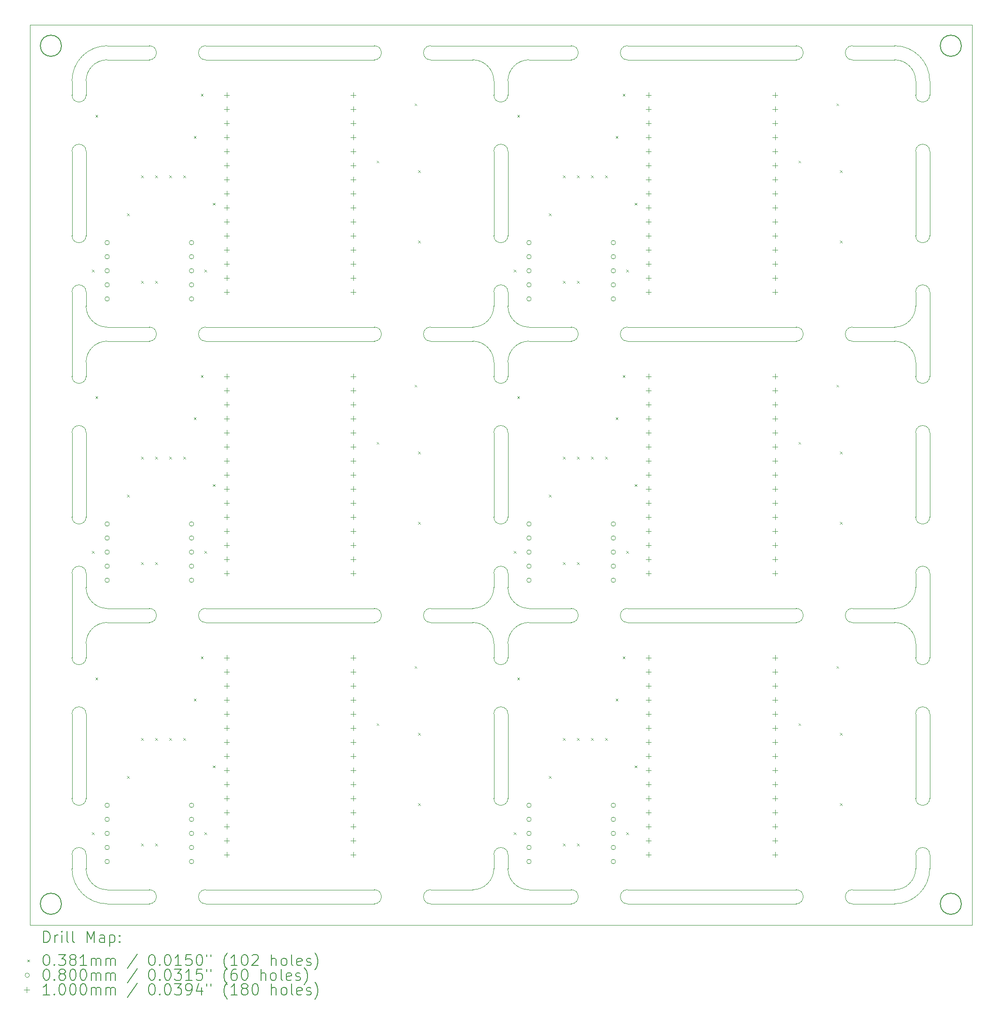
<source format=gbr>
%FSLAX45Y45*%
G04 Gerber Fmt 4.5, Leading zero omitted, Abs format (unit mm)*
G04 Created by KiCad (PCBNEW (5.99.0-9801-g46d71f0d23)) date 2021-03-17 23:59:59*
%MOMM*%
%LPD*%
G01*
G04 APERTURE LIST*
%TA.AperFunction,Profile*%
%ADD10C,0.100000*%
%TD*%
%TA.AperFunction,Profile*%
%ADD11C,0.127000*%
%TD*%
%ADD12C,0.200000*%
%ADD13C,0.038100*%
%ADD14C,0.080000*%
%ADD15C,0.100000*%
G04 APERTURE END LIST*
D10*
X18161000Y-8509000D02*
X18161000Y-8255000D01*
X2921000Y-17399000D02*
X2921000Y-17145000D01*
X10541000Y-16129000D02*
X10541000Y-14605000D01*
X17526000Y-17780000D02*
X16764000Y-17780000D01*
X16764000Y-2540000D02*
G75*
G03*
X16764000Y-2794000I0J-127000D01*
G01*
X10541000Y-12319000D02*
X10541000Y-12065000D01*
X2921000Y-7239000D02*
X2921000Y-6985000D01*
X10287000Y-3175000D02*
G75*
G03*
X9906000Y-2794000I-381000J0D01*
G01*
X15748000Y-18034000D02*
G75*
G03*
X15748000Y-17780000I0J127000D01*
G01*
X9906000Y-17780000D02*
X9144000Y-17780000D01*
X4064000Y-2794000D02*
G75*
G03*
X4064000Y-2540000I0J127000D01*
G01*
X10541000Y-5969000D02*
X10541000Y-4445000D01*
X18161000Y-7239000D02*
X18161000Y-8255000D01*
X2921000Y-16129000D02*
X2921000Y-14605000D01*
X10287000Y-12065000D02*
X10287000Y-12319000D01*
X18923000Y-2159000D02*
X1905000Y-2159000D01*
X1905000Y-18415000D02*
X18923000Y-18415000D01*
X10287000Y-8255000D02*
X10287000Y-8509000D01*
X3302000Y-12954000D02*
X4064000Y-12954000D01*
X12700000Y-2540000D02*
X15748000Y-2540000D01*
X11684000Y-7620000D02*
X10922000Y-7620000D01*
X9906000Y-7874000D02*
G75*
G02*
X10287000Y-8255000I0J-381000D01*
G01*
X18161000Y-7239000D02*
X18161000Y-6985000D01*
X15748000Y-17780000D02*
X12700000Y-17780000D01*
X10541000Y-3175000D02*
G75*
G02*
X10922000Y-2794000I381000J0D01*
G01*
X15748000Y-12954000D02*
G75*
G03*
X15748000Y-12700000I0J127000D01*
G01*
X10922000Y-2794000D02*
X11684000Y-2794000D01*
X17526000Y-2540000D02*
X16764000Y-2540000D01*
X10287000Y-11049000D02*
G75*
G03*
X10541000Y-11049000I127000J0D01*
G01*
X17907000Y-4445000D02*
X17907000Y-5969000D01*
X17526000Y-17780000D02*
G75*
G03*
X17907000Y-17399000I0J381000D01*
G01*
D11*
X2476500Y-18034000D02*
G75*
G03*
X2476500Y-18034000I-190500J0D01*
G01*
D10*
X9144000Y-18034000D02*
X11684000Y-18034000D01*
X2667000Y-8255000D02*
X2667000Y-8509000D01*
X8128000Y-18034000D02*
G75*
G03*
X8128000Y-17780000I0J127000D01*
G01*
X4064000Y-7620000D02*
X3302000Y-7620000D01*
X17526000Y-12700000D02*
G75*
G03*
X17907000Y-12319000I0J381000D01*
G01*
D11*
X18732500Y-2540000D02*
G75*
G03*
X18732500Y-2540000I-190500J0D01*
G01*
D10*
X10541000Y-14605000D02*
G75*
G03*
X10287000Y-14605000I-127000J0D01*
G01*
X11684000Y-17780000D02*
X10922000Y-17780000D01*
X16764000Y-12700000D02*
G75*
G03*
X16764000Y-12954000I0J-127000D01*
G01*
X17907000Y-13335000D02*
X17907000Y-13589000D01*
X16764000Y-2794000D02*
X17526000Y-2794000D01*
X10541000Y-9525000D02*
G75*
G03*
X10287000Y-9525000I-127000J0D01*
G01*
X17907000Y-14605000D02*
X17907000Y-16129000D01*
X2921000Y-17145000D02*
G75*
G03*
X2667000Y-17145000I-127000J0D01*
G01*
X9144000Y-2540000D02*
G75*
G03*
X9144000Y-2794000I0J-127000D01*
G01*
X5080000Y-12954000D02*
X8128000Y-12954000D01*
X17907000Y-11049000D02*
G75*
G03*
X18161000Y-11049000I127000J0D01*
G01*
X18161000Y-12319000D02*
X18161000Y-13335000D01*
X10922000Y-12954000D02*
G75*
G03*
X10541000Y-13335000I0J-381000D01*
G01*
X5080000Y-12700000D02*
G75*
G03*
X5080000Y-12954000I0J-127000D01*
G01*
X18161000Y-17145000D02*
G75*
G03*
X17907000Y-17145000I-127000J0D01*
G01*
X4064000Y-12700000D02*
X3302000Y-12700000D01*
X10541000Y-11049000D02*
X10541000Y-9525000D01*
X10287000Y-16129000D02*
G75*
G03*
X10541000Y-16129000I127000J0D01*
G01*
X17907000Y-8255000D02*
G75*
G03*
X17526000Y-7874000I-381000J0D01*
G01*
X18161000Y-16129000D02*
X18161000Y-14605000D01*
X8128000Y-17780000D02*
X5080000Y-17780000D01*
X2667000Y-12065000D02*
X2667000Y-12319000D01*
X17907000Y-13589000D02*
G75*
G03*
X18161000Y-13589000I127000J0D01*
G01*
X3302000Y-2540000D02*
G75*
G03*
X2667000Y-3175000I0J-635000D01*
G01*
X10287000Y-5969000D02*
G75*
G03*
X10541000Y-5969000I127000J0D01*
G01*
X18161000Y-3175000D02*
G75*
G03*
X17526000Y-2540000I-635000J0D01*
G01*
X17907000Y-8509000D02*
G75*
G03*
X18161000Y-8509000I127000J0D01*
G01*
X9144000Y-7874000D02*
X9906000Y-7874000D01*
X2921000Y-17399000D02*
G75*
G03*
X3302000Y-17780000I381000J0D01*
G01*
D11*
X2476500Y-2540000D02*
G75*
G03*
X2476500Y-2540000I-190500J0D01*
G01*
D10*
X11684000Y-12954000D02*
G75*
G03*
X11684000Y-12700000I0J127000D01*
G01*
X10541000Y-17399000D02*
X10541000Y-17145000D01*
X17526000Y-7620000D02*
X16764000Y-7620000D01*
X17907000Y-3429000D02*
G75*
G03*
X18161000Y-3429000I127000J0D01*
G01*
X18161000Y-12065000D02*
G75*
G03*
X17907000Y-12065000I-127000J0D01*
G01*
X10541000Y-4445000D02*
G75*
G03*
X10287000Y-4445000I-127000J0D01*
G01*
X9906000Y-12954000D02*
G75*
G02*
X10287000Y-13335000I0J-381000D01*
G01*
X17526000Y-12700000D02*
X16764000Y-12700000D01*
X12700000Y-7874000D02*
X15748000Y-7874000D01*
X2921000Y-9525000D02*
G75*
G03*
X2667000Y-9525000I-127000J0D01*
G01*
X2921000Y-12319000D02*
G75*
G03*
X3302000Y-12700000I381000J0D01*
G01*
X18161000Y-3429000D02*
X18161000Y-3175000D01*
X17907000Y-3175000D02*
X17907000Y-3429000D01*
X5080000Y-17780000D02*
G75*
G03*
X5080000Y-18034000I0J-127000D01*
G01*
X9144000Y-12700000D02*
G75*
G03*
X9144000Y-12954000I0J-127000D01*
G01*
X17907000Y-17145000D02*
X17907000Y-17399000D01*
X8128000Y-2794000D02*
G75*
G03*
X8128000Y-2540000I0J127000D01*
G01*
X18161000Y-5969000D02*
X18161000Y-4445000D01*
X9144000Y-12954000D02*
X9906000Y-12954000D01*
X12700000Y-12954000D02*
X15748000Y-12954000D01*
X15748000Y-2794000D02*
G75*
G03*
X15748000Y-2540000I0J127000D01*
G01*
X4064000Y-18034000D02*
X3302000Y-18034000D01*
X17907000Y-6985000D02*
X17907000Y-7239000D01*
X2921000Y-12065000D02*
G75*
G03*
X2667000Y-12065000I-127000J0D01*
G01*
X5080000Y-2794000D02*
X8128000Y-2794000D01*
X2921000Y-4445000D02*
G75*
G03*
X2667000Y-4445000I-127000J0D01*
G01*
X10541000Y-17145000D02*
G75*
G03*
X10287000Y-17145000I-127000J0D01*
G01*
X11684000Y-2540000D02*
X9144000Y-2540000D01*
X8128000Y-7620000D02*
X5080000Y-7620000D01*
X2667000Y-14605000D02*
X2667000Y-16129000D01*
X18161000Y-17399000D02*
X18161000Y-17145000D01*
X10287000Y-4445000D02*
X10287000Y-5969000D01*
X10541000Y-12065000D02*
G75*
G03*
X10287000Y-12065000I-127000J0D01*
G01*
X2667000Y-12319000D02*
X2667000Y-13335000D01*
X1905000Y-2159000D02*
X1905000Y-18415000D01*
X2921000Y-12319000D02*
X2921000Y-12065000D01*
X11684000Y-7874000D02*
G75*
G03*
X11684000Y-7620000I0J127000D01*
G01*
X18161000Y-4445000D02*
G75*
G03*
X17907000Y-4445000I-127000J0D01*
G01*
X2667000Y-5969000D02*
G75*
G03*
X2921000Y-5969000I127000J0D01*
G01*
X15748000Y-7874000D02*
G75*
G03*
X15748000Y-7620000I0J127000D01*
G01*
X17907000Y-8255000D02*
X17907000Y-8509000D01*
X4064000Y-12954000D02*
G75*
G03*
X4064000Y-12700000I0J127000D01*
G01*
X18161000Y-9525000D02*
G75*
G03*
X17907000Y-9525000I-127000J0D01*
G01*
X10287000Y-3429000D02*
G75*
G03*
X10541000Y-3429000I127000J0D01*
G01*
X15748000Y-7620000D02*
X12700000Y-7620000D01*
X4064000Y-2540000D02*
X3302000Y-2540000D01*
X8128000Y-7874000D02*
G75*
G03*
X8128000Y-7620000I0J127000D01*
G01*
X3302000Y-2794000D02*
X4064000Y-2794000D01*
X12700000Y-7620000D02*
G75*
G03*
X12700000Y-7874000I0J-127000D01*
G01*
X16764000Y-12954000D02*
X17526000Y-12954000D01*
X3302000Y-7874000D02*
X4064000Y-7874000D01*
X2667000Y-17399000D02*
G75*
G03*
X3302000Y-18034000I635000J0D01*
G01*
X10541000Y-7239000D02*
G75*
G03*
X10922000Y-7620000I381000J0D01*
G01*
X10287000Y-13589000D02*
G75*
G03*
X10541000Y-13589000I127000J0D01*
G01*
X2921000Y-3175000D02*
G75*
G02*
X3302000Y-2794000I381000J0D01*
G01*
X8128000Y-12954000D02*
G75*
G03*
X8128000Y-12700000I0J127000D01*
G01*
X10541000Y-3429000D02*
X10541000Y-3175000D01*
X17907000Y-5969000D02*
G75*
G03*
X18161000Y-5969000I127000J0D01*
G01*
X2921000Y-13335000D02*
G75*
G02*
X3302000Y-12954000I381000J0D01*
G01*
X2921000Y-8255000D02*
G75*
G02*
X3302000Y-7874000I381000J0D01*
G01*
X10287000Y-6985000D02*
X10287000Y-7239000D01*
X2667000Y-9525000D02*
X2667000Y-11049000D01*
X10922000Y-7874000D02*
X11684000Y-7874000D01*
X11684000Y-2794000D02*
G75*
G03*
X11684000Y-2540000I0J127000D01*
G01*
X10287000Y-14605000D02*
X10287000Y-16129000D01*
X11684000Y-18034000D02*
G75*
G03*
X11684000Y-17780000I0J127000D01*
G01*
X16764000Y-7874000D02*
X17526000Y-7874000D01*
X17907000Y-7239000D02*
G75*
G02*
X17526000Y-7620000I-381000J0D01*
G01*
X8128000Y-18034000D02*
X5080000Y-18034000D01*
X2921000Y-6985000D02*
G75*
G03*
X2667000Y-6985000I-127000J0D01*
G01*
X17526000Y-18034000D02*
G75*
G03*
X18161000Y-17399000I0J635000D01*
G01*
X10287000Y-8509000D02*
G75*
G03*
X10541000Y-8509000I127000J0D01*
G01*
X17907000Y-9525000D02*
X17907000Y-11049000D01*
X9144000Y-2794000D02*
X9906000Y-2794000D01*
X16764000Y-7620000D02*
G75*
G03*
X16764000Y-7874000I0J-127000D01*
G01*
X4064000Y-7874000D02*
G75*
G03*
X4064000Y-7620000I0J127000D01*
G01*
X4064000Y-17780000D02*
X3302000Y-17780000D01*
X10287000Y-7239000D02*
G75*
G02*
X9906000Y-7620000I-381000J0D01*
G01*
X10541000Y-6985000D02*
G75*
G03*
X10287000Y-6985000I-127000J0D01*
G01*
X16764000Y-18034000D02*
X17526000Y-18034000D01*
X17526000Y-2794000D02*
G75*
G02*
X17907000Y-3175000I0J-381000D01*
G01*
X10541000Y-8509000D02*
X10541000Y-8255000D01*
X5080000Y-2540000D02*
G75*
G03*
X5080000Y-2794000I0J-127000D01*
G01*
X15748000Y-18034000D02*
X12700000Y-18034000D01*
X10541000Y-12319000D02*
G75*
G03*
X10922000Y-12700000I381000J0D01*
G01*
X18161000Y-6985000D02*
G75*
G03*
X17907000Y-6985000I-127000J0D01*
G01*
X15748000Y-12700000D02*
X12700000Y-12700000D01*
X9906000Y-7620000D02*
X9144000Y-7620000D01*
X10541000Y-7239000D02*
X10541000Y-6985000D01*
X2667000Y-11049000D02*
G75*
G03*
X2921000Y-11049000I127000J0D01*
G01*
X10922000Y-7874000D02*
G75*
G03*
X10541000Y-8255000I0J-381000D01*
G01*
X10922000Y-12954000D02*
X11684000Y-12954000D01*
X2667000Y-16129000D02*
G75*
G03*
X2921000Y-16129000I127000J0D01*
G01*
X2921000Y-8509000D02*
X2921000Y-8255000D01*
X10287000Y-9525000D02*
X10287000Y-11049000D01*
X4064000Y-18034000D02*
G75*
G03*
X4064000Y-17780000I0J127000D01*
G01*
X8128000Y-12700000D02*
X5080000Y-12700000D01*
X10287000Y-3175000D02*
X10287000Y-3429000D01*
X18161000Y-11049000D02*
X18161000Y-9525000D01*
X11684000Y-12700000D02*
X10922000Y-12700000D01*
D11*
X18732500Y-18034000D02*
G75*
G03*
X18732500Y-18034000I-190500J0D01*
G01*
D10*
X2667000Y-7239000D02*
X2667000Y-8255000D01*
X10287000Y-17145000D02*
X10287000Y-17399000D01*
X17907000Y-12065000D02*
X17907000Y-12319000D01*
X18161000Y-12319000D02*
X18161000Y-12065000D01*
X5080000Y-2540000D02*
X8128000Y-2540000D01*
X12700000Y-12700000D02*
G75*
G03*
X12700000Y-12954000I0J-127000D01*
G01*
X2667000Y-13589000D02*
G75*
G03*
X2921000Y-13589000I127000J0D01*
G01*
X18923000Y-18415000D02*
X18923000Y-2159000D01*
X17907000Y-13335000D02*
G75*
G03*
X17526000Y-12954000I-381000J0D01*
G01*
X9144000Y-17780000D02*
G75*
G03*
X9144000Y-18034000I0J-127000D01*
G01*
X2667000Y-3175000D02*
X2667000Y-3429000D01*
X9906000Y-12700000D02*
X9144000Y-12700000D01*
X2921000Y-13589000D02*
X2921000Y-13335000D01*
X2667000Y-8509000D02*
G75*
G03*
X2921000Y-8509000I127000J0D01*
G01*
X2921000Y-3429000D02*
X2921000Y-3175000D01*
X2667000Y-6985000D02*
X2667000Y-7239000D01*
X3302000Y-7620000D02*
G75*
G02*
X2921000Y-7239000I0J381000D01*
G01*
X12700000Y-17780000D02*
G75*
G03*
X12700000Y-18034000I0J-127000D01*
G01*
X2667000Y-3429000D02*
G75*
G03*
X2921000Y-3429000I127000J0D01*
G01*
X10287000Y-17399000D02*
G75*
G02*
X9906000Y-17780000I-381000J0D01*
G01*
X2667000Y-17145000D02*
X2667000Y-17399000D01*
X10541000Y-17399000D02*
G75*
G03*
X10922000Y-17780000I381000J0D01*
G01*
X2921000Y-11049000D02*
X2921000Y-9525000D01*
X2921000Y-14605000D02*
G75*
G03*
X2667000Y-14605000I-127000J0D01*
G01*
X16764000Y-17780000D02*
G75*
G03*
X16764000Y-18034000I0J-127000D01*
G01*
X17907000Y-16129000D02*
G75*
G03*
X18161000Y-16129000I127000J0D01*
G01*
X12700000Y-2540000D02*
G75*
G03*
X12700000Y-2794000I0J-127000D01*
G01*
X2667000Y-13335000D02*
X2667000Y-13589000D01*
X2667000Y-4445000D02*
X2667000Y-5969000D01*
X18161000Y-13589000D02*
X18161000Y-13335000D01*
X18161000Y-14605000D02*
G75*
G03*
X17907000Y-14605000I-127000J0D01*
G01*
X10287000Y-13335000D02*
X10287000Y-13589000D01*
X12700000Y-2794000D02*
X15748000Y-2794000D01*
X5080000Y-7620000D02*
G75*
G03*
X5080000Y-7874000I0J-127000D01*
G01*
X2921000Y-5969000D02*
X2921000Y-4445000D01*
X5080000Y-7874000D02*
X8128000Y-7874000D01*
X10541000Y-13589000D02*
X10541000Y-13335000D01*
X9144000Y-7620000D02*
G75*
G03*
X9144000Y-7874000I0J-127000D01*
G01*
X10287000Y-12319000D02*
G75*
G02*
X9906000Y-12700000I-381000J0D01*
G01*
D12*
D13*
X3028950Y-6584950D02*
X3067050Y-6623050D01*
X3067050Y-6584950D02*
X3028950Y-6623050D01*
X3028950Y-11664950D02*
X3067050Y-11703050D01*
X3067050Y-11664950D02*
X3028950Y-11703050D01*
X3028950Y-16744950D02*
X3067050Y-16783050D01*
X3067050Y-16744950D02*
X3028950Y-16783050D01*
X3092450Y-3790950D02*
X3130550Y-3829050D01*
X3130550Y-3790950D02*
X3092450Y-3829050D01*
X3092450Y-8870950D02*
X3130550Y-8909050D01*
X3130550Y-8870950D02*
X3092450Y-8909050D01*
X3092450Y-13950950D02*
X3130550Y-13989050D01*
X3130550Y-13950950D02*
X3092450Y-13989050D01*
X3663950Y-5568950D02*
X3702050Y-5607050D01*
X3702050Y-5568950D02*
X3663950Y-5607050D01*
X3663950Y-10648950D02*
X3702050Y-10687050D01*
X3702050Y-10648950D02*
X3663950Y-10687050D01*
X3663950Y-15728950D02*
X3702050Y-15767050D01*
X3702050Y-15728950D02*
X3663950Y-15767050D01*
X3917950Y-4883150D02*
X3956050Y-4921250D01*
X3956050Y-4883150D02*
X3917950Y-4921250D01*
X3917950Y-6788150D02*
X3956050Y-6826250D01*
X3956050Y-6788150D02*
X3917950Y-6826250D01*
X3917950Y-9963150D02*
X3956050Y-10001250D01*
X3956050Y-9963150D02*
X3917950Y-10001250D01*
X3917950Y-11868150D02*
X3956050Y-11906250D01*
X3956050Y-11868150D02*
X3917950Y-11906250D01*
X3917950Y-15043150D02*
X3956050Y-15081250D01*
X3956050Y-15043150D02*
X3917950Y-15081250D01*
X3917950Y-16948150D02*
X3956050Y-16986250D01*
X3956050Y-16948150D02*
X3917950Y-16986250D01*
X4171950Y-4883150D02*
X4210050Y-4921250D01*
X4210050Y-4883150D02*
X4171950Y-4921250D01*
X4171950Y-6788150D02*
X4210050Y-6826250D01*
X4210050Y-6788150D02*
X4171950Y-6826250D01*
X4171950Y-9963150D02*
X4210050Y-10001250D01*
X4210050Y-9963150D02*
X4171950Y-10001250D01*
X4171950Y-11868150D02*
X4210050Y-11906250D01*
X4210050Y-11868150D02*
X4171950Y-11906250D01*
X4171950Y-15043150D02*
X4210050Y-15081250D01*
X4210050Y-15043150D02*
X4171950Y-15081250D01*
X4171950Y-16948150D02*
X4210050Y-16986250D01*
X4210050Y-16948150D02*
X4171950Y-16986250D01*
X4425950Y-4883150D02*
X4464050Y-4921250D01*
X4464050Y-4883150D02*
X4425950Y-4921250D01*
X4425950Y-9963150D02*
X4464050Y-10001250D01*
X4464050Y-9963150D02*
X4425950Y-10001250D01*
X4425950Y-15043150D02*
X4464050Y-15081250D01*
X4464050Y-15043150D02*
X4425950Y-15081250D01*
X4679950Y-4883150D02*
X4718050Y-4921250D01*
X4718050Y-4883150D02*
X4679950Y-4921250D01*
X4679950Y-9963150D02*
X4718050Y-10001250D01*
X4718050Y-9963150D02*
X4679950Y-10001250D01*
X4679950Y-15043150D02*
X4718050Y-15081250D01*
X4718050Y-15043150D02*
X4679950Y-15081250D01*
X4870450Y-4171950D02*
X4908550Y-4210050D01*
X4908550Y-4171950D02*
X4870450Y-4210050D01*
X4870450Y-9251950D02*
X4908550Y-9290050D01*
X4908550Y-9251950D02*
X4870450Y-9290050D01*
X4870450Y-14331950D02*
X4908550Y-14370050D01*
X4908550Y-14331950D02*
X4870450Y-14370050D01*
X4997450Y-3409950D02*
X5035550Y-3448050D01*
X5035550Y-3409950D02*
X4997450Y-3448050D01*
X4997450Y-8489950D02*
X5035550Y-8528050D01*
X5035550Y-8489950D02*
X4997450Y-8528050D01*
X4997450Y-13569950D02*
X5035550Y-13608050D01*
X5035550Y-13569950D02*
X4997450Y-13608050D01*
X5060950Y-6584950D02*
X5099050Y-6623050D01*
X5099050Y-6584950D02*
X5060950Y-6623050D01*
X5060950Y-11664950D02*
X5099050Y-11703050D01*
X5099050Y-11664950D02*
X5060950Y-11703050D01*
X5060950Y-16744950D02*
X5099050Y-16783050D01*
X5099050Y-16744950D02*
X5060950Y-16783050D01*
X5213350Y-5378450D02*
X5251450Y-5416550D01*
X5251450Y-5378450D02*
X5213350Y-5416550D01*
X5213350Y-10458450D02*
X5251450Y-10496550D01*
X5251450Y-10458450D02*
X5213350Y-10496550D01*
X5213350Y-15538450D02*
X5251450Y-15576550D01*
X5251450Y-15538450D02*
X5213350Y-15576550D01*
X8172450Y-4616450D02*
X8210550Y-4654550D01*
X8210550Y-4616450D02*
X8172450Y-4654550D01*
X8172450Y-9696450D02*
X8210550Y-9734550D01*
X8210550Y-9696450D02*
X8172450Y-9734550D01*
X8172450Y-14776450D02*
X8210550Y-14814550D01*
X8210550Y-14776450D02*
X8172450Y-14814550D01*
X8859450Y-3583950D02*
X8897550Y-3622050D01*
X8897550Y-3583950D02*
X8859450Y-3622050D01*
X8859450Y-8663950D02*
X8897550Y-8702050D01*
X8897550Y-8663950D02*
X8859450Y-8702050D01*
X8859450Y-13743950D02*
X8897550Y-13782050D01*
X8897550Y-13743950D02*
X8859450Y-13782050D01*
X8922950Y-4790450D02*
X8961050Y-4828550D01*
X8961050Y-4790450D02*
X8922950Y-4828550D01*
X8922950Y-6060450D02*
X8961050Y-6098550D01*
X8961050Y-6060450D02*
X8922950Y-6098550D01*
X8922950Y-9870450D02*
X8961050Y-9908550D01*
X8961050Y-9870450D02*
X8922950Y-9908550D01*
X8922950Y-11140450D02*
X8961050Y-11178550D01*
X8961050Y-11140450D02*
X8922950Y-11178550D01*
X8922950Y-14950450D02*
X8961050Y-14988550D01*
X8961050Y-14950450D02*
X8922950Y-14988550D01*
X8922950Y-16220450D02*
X8961050Y-16258550D01*
X8961050Y-16220450D02*
X8922950Y-16258550D01*
X10648950Y-6584950D02*
X10687050Y-6623050D01*
X10687050Y-6584950D02*
X10648950Y-6623050D01*
X10648950Y-11664950D02*
X10687050Y-11703050D01*
X10687050Y-11664950D02*
X10648950Y-11703050D01*
X10648950Y-16744950D02*
X10687050Y-16783050D01*
X10687050Y-16744950D02*
X10648950Y-16783050D01*
X10712450Y-3790950D02*
X10750550Y-3829050D01*
X10750550Y-3790950D02*
X10712450Y-3829050D01*
X10712450Y-8870950D02*
X10750550Y-8909050D01*
X10750550Y-8870950D02*
X10712450Y-8909050D01*
X10712450Y-13950950D02*
X10750550Y-13989050D01*
X10750550Y-13950950D02*
X10712450Y-13989050D01*
X11283950Y-5568950D02*
X11322050Y-5607050D01*
X11322050Y-5568950D02*
X11283950Y-5607050D01*
X11283950Y-10648950D02*
X11322050Y-10687050D01*
X11322050Y-10648950D02*
X11283950Y-10687050D01*
X11283950Y-15728950D02*
X11322050Y-15767050D01*
X11322050Y-15728950D02*
X11283950Y-15767050D01*
X11537950Y-4883150D02*
X11576050Y-4921250D01*
X11576050Y-4883150D02*
X11537950Y-4921250D01*
X11537950Y-6788150D02*
X11576050Y-6826250D01*
X11576050Y-6788150D02*
X11537950Y-6826250D01*
X11537950Y-9963150D02*
X11576050Y-10001250D01*
X11576050Y-9963150D02*
X11537950Y-10001250D01*
X11537950Y-11868150D02*
X11576050Y-11906250D01*
X11576050Y-11868150D02*
X11537950Y-11906250D01*
X11537950Y-15043150D02*
X11576050Y-15081250D01*
X11576050Y-15043150D02*
X11537950Y-15081250D01*
X11537950Y-16948150D02*
X11576050Y-16986250D01*
X11576050Y-16948150D02*
X11537950Y-16986250D01*
X11791950Y-4883150D02*
X11830050Y-4921250D01*
X11830050Y-4883150D02*
X11791950Y-4921250D01*
X11791950Y-6788150D02*
X11830050Y-6826250D01*
X11830050Y-6788150D02*
X11791950Y-6826250D01*
X11791950Y-9963150D02*
X11830050Y-10001250D01*
X11830050Y-9963150D02*
X11791950Y-10001250D01*
X11791950Y-11868150D02*
X11830050Y-11906250D01*
X11830050Y-11868150D02*
X11791950Y-11906250D01*
X11791950Y-15043150D02*
X11830050Y-15081250D01*
X11830050Y-15043150D02*
X11791950Y-15081250D01*
X11791950Y-16948150D02*
X11830050Y-16986250D01*
X11830050Y-16948150D02*
X11791950Y-16986250D01*
X12045950Y-4883150D02*
X12084050Y-4921250D01*
X12084050Y-4883150D02*
X12045950Y-4921250D01*
X12045950Y-9963150D02*
X12084050Y-10001250D01*
X12084050Y-9963150D02*
X12045950Y-10001250D01*
X12045950Y-15043150D02*
X12084050Y-15081250D01*
X12084050Y-15043150D02*
X12045950Y-15081250D01*
X12299950Y-4883150D02*
X12338050Y-4921250D01*
X12338050Y-4883150D02*
X12299950Y-4921250D01*
X12299950Y-9963150D02*
X12338050Y-10001250D01*
X12338050Y-9963150D02*
X12299950Y-10001250D01*
X12299950Y-15043150D02*
X12338050Y-15081250D01*
X12338050Y-15043150D02*
X12299950Y-15081250D01*
X12490450Y-4171950D02*
X12528550Y-4210050D01*
X12528550Y-4171950D02*
X12490450Y-4210050D01*
X12490450Y-9251950D02*
X12528550Y-9290050D01*
X12528550Y-9251950D02*
X12490450Y-9290050D01*
X12490450Y-14331950D02*
X12528550Y-14370050D01*
X12528550Y-14331950D02*
X12490450Y-14370050D01*
X12617450Y-3409950D02*
X12655550Y-3448050D01*
X12655550Y-3409950D02*
X12617450Y-3448050D01*
X12617450Y-8489950D02*
X12655550Y-8528050D01*
X12655550Y-8489950D02*
X12617450Y-8528050D01*
X12617450Y-13569950D02*
X12655550Y-13608050D01*
X12655550Y-13569950D02*
X12617450Y-13608050D01*
X12680950Y-6584950D02*
X12719050Y-6623050D01*
X12719050Y-6584950D02*
X12680950Y-6623050D01*
X12680950Y-11664950D02*
X12719050Y-11703050D01*
X12719050Y-11664950D02*
X12680950Y-11703050D01*
X12680950Y-16744950D02*
X12719050Y-16783050D01*
X12719050Y-16744950D02*
X12680950Y-16783050D01*
X12833350Y-5378450D02*
X12871450Y-5416550D01*
X12871450Y-5378450D02*
X12833350Y-5416550D01*
X12833350Y-10458450D02*
X12871450Y-10496550D01*
X12871450Y-10458450D02*
X12833350Y-10496550D01*
X12833350Y-15538450D02*
X12871450Y-15576550D01*
X12871450Y-15538450D02*
X12833350Y-15576550D01*
X15792450Y-4616450D02*
X15830550Y-4654550D01*
X15830550Y-4616450D02*
X15792450Y-4654550D01*
X15792450Y-9696450D02*
X15830550Y-9734550D01*
X15830550Y-9696450D02*
X15792450Y-9734550D01*
X15792450Y-14776450D02*
X15830550Y-14814550D01*
X15830550Y-14776450D02*
X15792450Y-14814550D01*
X16479450Y-3583950D02*
X16517550Y-3622050D01*
X16517550Y-3583950D02*
X16479450Y-3622050D01*
X16479450Y-8663950D02*
X16517550Y-8702050D01*
X16517550Y-8663950D02*
X16479450Y-8702050D01*
X16479450Y-13743950D02*
X16517550Y-13782050D01*
X16517550Y-13743950D02*
X16479450Y-13782050D01*
X16542950Y-4790450D02*
X16581050Y-4828550D01*
X16581050Y-4790450D02*
X16542950Y-4828550D01*
X16542950Y-6060450D02*
X16581050Y-6098550D01*
X16581050Y-6060450D02*
X16542950Y-6098550D01*
X16542950Y-9870450D02*
X16581050Y-9908550D01*
X16581050Y-9870450D02*
X16542950Y-9908550D01*
X16542950Y-11140450D02*
X16581050Y-11178550D01*
X16581050Y-11140450D02*
X16542950Y-11178550D01*
X16542950Y-14950450D02*
X16581050Y-14988550D01*
X16581050Y-14950450D02*
X16542950Y-14988550D01*
X16542950Y-16220450D02*
X16581050Y-16258550D01*
X16581050Y-16220450D02*
X16542950Y-16258550D01*
D14*
X3342000Y-6096000D02*
G75*
G03*
X3342000Y-6096000I-40000J0D01*
G01*
X3342000Y-6350000D02*
G75*
G03*
X3342000Y-6350000I-40000J0D01*
G01*
X3342000Y-6604000D02*
G75*
G03*
X3342000Y-6604000I-40000J0D01*
G01*
X3342000Y-6858000D02*
G75*
G03*
X3342000Y-6858000I-40000J0D01*
G01*
X3342000Y-7112000D02*
G75*
G03*
X3342000Y-7112000I-40000J0D01*
G01*
X3342000Y-11176000D02*
G75*
G03*
X3342000Y-11176000I-40000J0D01*
G01*
X3342000Y-11430000D02*
G75*
G03*
X3342000Y-11430000I-40000J0D01*
G01*
X3342000Y-11684000D02*
G75*
G03*
X3342000Y-11684000I-40000J0D01*
G01*
X3342000Y-11938000D02*
G75*
G03*
X3342000Y-11938000I-40000J0D01*
G01*
X3342000Y-12192000D02*
G75*
G03*
X3342000Y-12192000I-40000J0D01*
G01*
X3342000Y-16256000D02*
G75*
G03*
X3342000Y-16256000I-40000J0D01*
G01*
X3342000Y-16510000D02*
G75*
G03*
X3342000Y-16510000I-40000J0D01*
G01*
X3342000Y-16764000D02*
G75*
G03*
X3342000Y-16764000I-40000J0D01*
G01*
X3342000Y-17018000D02*
G75*
G03*
X3342000Y-17018000I-40000J0D01*
G01*
X3342000Y-17272000D02*
G75*
G03*
X3342000Y-17272000I-40000J0D01*
G01*
X4866000Y-6096000D02*
G75*
G03*
X4866000Y-6096000I-40000J0D01*
G01*
X4866000Y-6350000D02*
G75*
G03*
X4866000Y-6350000I-40000J0D01*
G01*
X4866000Y-6604000D02*
G75*
G03*
X4866000Y-6604000I-40000J0D01*
G01*
X4866000Y-6858000D02*
G75*
G03*
X4866000Y-6858000I-40000J0D01*
G01*
X4866000Y-7112000D02*
G75*
G03*
X4866000Y-7112000I-40000J0D01*
G01*
X4866000Y-11176000D02*
G75*
G03*
X4866000Y-11176000I-40000J0D01*
G01*
X4866000Y-11430000D02*
G75*
G03*
X4866000Y-11430000I-40000J0D01*
G01*
X4866000Y-11684000D02*
G75*
G03*
X4866000Y-11684000I-40000J0D01*
G01*
X4866000Y-11938000D02*
G75*
G03*
X4866000Y-11938000I-40000J0D01*
G01*
X4866000Y-12192000D02*
G75*
G03*
X4866000Y-12192000I-40000J0D01*
G01*
X4866000Y-16256000D02*
G75*
G03*
X4866000Y-16256000I-40000J0D01*
G01*
X4866000Y-16510000D02*
G75*
G03*
X4866000Y-16510000I-40000J0D01*
G01*
X4866000Y-16764000D02*
G75*
G03*
X4866000Y-16764000I-40000J0D01*
G01*
X4866000Y-17018000D02*
G75*
G03*
X4866000Y-17018000I-40000J0D01*
G01*
X4866000Y-17272000D02*
G75*
G03*
X4866000Y-17272000I-40000J0D01*
G01*
X10962000Y-6096000D02*
G75*
G03*
X10962000Y-6096000I-40000J0D01*
G01*
X10962000Y-6350000D02*
G75*
G03*
X10962000Y-6350000I-40000J0D01*
G01*
X10962000Y-6604000D02*
G75*
G03*
X10962000Y-6604000I-40000J0D01*
G01*
X10962000Y-6858000D02*
G75*
G03*
X10962000Y-6858000I-40000J0D01*
G01*
X10962000Y-7112000D02*
G75*
G03*
X10962000Y-7112000I-40000J0D01*
G01*
X10962000Y-11176000D02*
G75*
G03*
X10962000Y-11176000I-40000J0D01*
G01*
X10962000Y-11430000D02*
G75*
G03*
X10962000Y-11430000I-40000J0D01*
G01*
X10962000Y-11684000D02*
G75*
G03*
X10962000Y-11684000I-40000J0D01*
G01*
X10962000Y-11938000D02*
G75*
G03*
X10962000Y-11938000I-40000J0D01*
G01*
X10962000Y-12192000D02*
G75*
G03*
X10962000Y-12192000I-40000J0D01*
G01*
X10962000Y-16256000D02*
G75*
G03*
X10962000Y-16256000I-40000J0D01*
G01*
X10962000Y-16510000D02*
G75*
G03*
X10962000Y-16510000I-40000J0D01*
G01*
X10962000Y-16764000D02*
G75*
G03*
X10962000Y-16764000I-40000J0D01*
G01*
X10962000Y-17018000D02*
G75*
G03*
X10962000Y-17018000I-40000J0D01*
G01*
X10962000Y-17272000D02*
G75*
G03*
X10962000Y-17272000I-40000J0D01*
G01*
X12486000Y-6096000D02*
G75*
G03*
X12486000Y-6096000I-40000J0D01*
G01*
X12486000Y-6350000D02*
G75*
G03*
X12486000Y-6350000I-40000J0D01*
G01*
X12486000Y-6604000D02*
G75*
G03*
X12486000Y-6604000I-40000J0D01*
G01*
X12486000Y-6858000D02*
G75*
G03*
X12486000Y-6858000I-40000J0D01*
G01*
X12486000Y-7112000D02*
G75*
G03*
X12486000Y-7112000I-40000J0D01*
G01*
X12486000Y-11176000D02*
G75*
G03*
X12486000Y-11176000I-40000J0D01*
G01*
X12486000Y-11430000D02*
G75*
G03*
X12486000Y-11430000I-40000J0D01*
G01*
X12486000Y-11684000D02*
G75*
G03*
X12486000Y-11684000I-40000J0D01*
G01*
X12486000Y-11938000D02*
G75*
G03*
X12486000Y-11938000I-40000J0D01*
G01*
X12486000Y-12192000D02*
G75*
G03*
X12486000Y-12192000I-40000J0D01*
G01*
X12486000Y-16256000D02*
G75*
G03*
X12486000Y-16256000I-40000J0D01*
G01*
X12486000Y-16510000D02*
G75*
G03*
X12486000Y-16510000I-40000J0D01*
G01*
X12486000Y-16764000D02*
G75*
G03*
X12486000Y-16764000I-40000J0D01*
G01*
X12486000Y-17018000D02*
G75*
G03*
X12486000Y-17018000I-40000J0D01*
G01*
X12486000Y-17272000D02*
G75*
G03*
X12486000Y-17272000I-40000J0D01*
G01*
D15*
X5461000Y-3379000D02*
X5461000Y-3479000D01*
X5411000Y-3429000D02*
X5511000Y-3429000D01*
X5461000Y-3633000D02*
X5461000Y-3733000D01*
X5411000Y-3683000D02*
X5511000Y-3683000D01*
X5461000Y-3887000D02*
X5461000Y-3987000D01*
X5411000Y-3937000D02*
X5511000Y-3937000D01*
X5461000Y-4141000D02*
X5461000Y-4241000D01*
X5411000Y-4191000D02*
X5511000Y-4191000D01*
X5461000Y-4395000D02*
X5461000Y-4495000D01*
X5411000Y-4445000D02*
X5511000Y-4445000D01*
X5461000Y-4649000D02*
X5461000Y-4749000D01*
X5411000Y-4699000D02*
X5511000Y-4699000D01*
X5461000Y-4903000D02*
X5461000Y-5003000D01*
X5411000Y-4953000D02*
X5511000Y-4953000D01*
X5461000Y-5157000D02*
X5461000Y-5257000D01*
X5411000Y-5207000D02*
X5511000Y-5207000D01*
X5461000Y-5411000D02*
X5461000Y-5511000D01*
X5411000Y-5461000D02*
X5511000Y-5461000D01*
X5461000Y-5665000D02*
X5461000Y-5765000D01*
X5411000Y-5715000D02*
X5511000Y-5715000D01*
X5461000Y-5919000D02*
X5461000Y-6019000D01*
X5411000Y-5969000D02*
X5511000Y-5969000D01*
X5461000Y-6173000D02*
X5461000Y-6273000D01*
X5411000Y-6223000D02*
X5511000Y-6223000D01*
X5461000Y-6427000D02*
X5461000Y-6527000D01*
X5411000Y-6477000D02*
X5511000Y-6477000D01*
X5461000Y-6681000D02*
X5461000Y-6781000D01*
X5411000Y-6731000D02*
X5511000Y-6731000D01*
X5461000Y-6935000D02*
X5461000Y-7035000D01*
X5411000Y-6985000D02*
X5511000Y-6985000D01*
X5461000Y-8459000D02*
X5461000Y-8559000D01*
X5411000Y-8509000D02*
X5511000Y-8509000D01*
X5461000Y-8713000D02*
X5461000Y-8813000D01*
X5411000Y-8763000D02*
X5511000Y-8763000D01*
X5461000Y-8967000D02*
X5461000Y-9067000D01*
X5411000Y-9017000D02*
X5511000Y-9017000D01*
X5461000Y-9221000D02*
X5461000Y-9321000D01*
X5411000Y-9271000D02*
X5511000Y-9271000D01*
X5461000Y-9475000D02*
X5461000Y-9575000D01*
X5411000Y-9525000D02*
X5511000Y-9525000D01*
X5461000Y-9729000D02*
X5461000Y-9829000D01*
X5411000Y-9779000D02*
X5511000Y-9779000D01*
X5461000Y-9983000D02*
X5461000Y-10083000D01*
X5411000Y-10033000D02*
X5511000Y-10033000D01*
X5461000Y-10237000D02*
X5461000Y-10337000D01*
X5411000Y-10287000D02*
X5511000Y-10287000D01*
X5461000Y-10491000D02*
X5461000Y-10591000D01*
X5411000Y-10541000D02*
X5511000Y-10541000D01*
X5461000Y-10745000D02*
X5461000Y-10845000D01*
X5411000Y-10795000D02*
X5511000Y-10795000D01*
X5461000Y-10999000D02*
X5461000Y-11099000D01*
X5411000Y-11049000D02*
X5511000Y-11049000D01*
X5461000Y-11253000D02*
X5461000Y-11353000D01*
X5411000Y-11303000D02*
X5511000Y-11303000D01*
X5461000Y-11507000D02*
X5461000Y-11607000D01*
X5411000Y-11557000D02*
X5511000Y-11557000D01*
X5461000Y-11761000D02*
X5461000Y-11861000D01*
X5411000Y-11811000D02*
X5511000Y-11811000D01*
X5461000Y-12015000D02*
X5461000Y-12115000D01*
X5411000Y-12065000D02*
X5511000Y-12065000D01*
X5461000Y-13539000D02*
X5461000Y-13639000D01*
X5411000Y-13589000D02*
X5511000Y-13589000D01*
X5461000Y-13793000D02*
X5461000Y-13893000D01*
X5411000Y-13843000D02*
X5511000Y-13843000D01*
X5461000Y-14047000D02*
X5461000Y-14147000D01*
X5411000Y-14097000D02*
X5511000Y-14097000D01*
X5461000Y-14301000D02*
X5461000Y-14401000D01*
X5411000Y-14351000D02*
X5511000Y-14351000D01*
X5461000Y-14555000D02*
X5461000Y-14655000D01*
X5411000Y-14605000D02*
X5511000Y-14605000D01*
X5461000Y-14809000D02*
X5461000Y-14909000D01*
X5411000Y-14859000D02*
X5511000Y-14859000D01*
X5461000Y-15063000D02*
X5461000Y-15163000D01*
X5411000Y-15113000D02*
X5511000Y-15113000D01*
X5461000Y-15317000D02*
X5461000Y-15417000D01*
X5411000Y-15367000D02*
X5511000Y-15367000D01*
X5461000Y-15571000D02*
X5461000Y-15671000D01*
X5411000Y-15621000D02*
X5511000Y-15621000D01*
X5461000Y-15825000D02*
X5461000Y-15925000D01*
X5411000Y-15875000D02*
X5511000Y-15875000D01*
X5461000Y-16079000D02*
X5461000Y-16179000D01*
X5411000Y-16129000D02*
X5511000Y-16129000D01*
X5461000Y-16333000D02*
X5461000Y-16433000D01*
X5411000Y-16383000D02*
X5511000Y-16383000D01*
X5461000Y-16587000D02*
X5461000Y-16687000D01*
X5411000Y-16637000D02*
X5511000Y-16637000D01*
X5461000Y-16841000D02*
X5461000Y-16941000D01*
X5411000Y-16891000D02*
X5511000Y-16891000D01*
X5461000Y-17095000D02*
X5461000Y-17195000D01*
X5411000Y-17145000D02*
X5511000Y-17145000D01*
X7747000Y-3379000D02*
X7747000Y-3479000D01*
X7697000Y-3429000D02*
X7797000Y-3429000D01*
X7747000Y-3633000D02*
X7747000Y-3733000D01*
X7697000Y-3683000D02*
X7797000Y-3683000D01*
X7747000Y-3887000D02*
X7747000Y-3987000D01*
X7697000Y-3937000D02*
X7797000Y-3937000D01*
X7747000Y-4141000D02*
X7747000Y-4241000D01*
X7697000Y-4191000D02*
X7797000Y-4191000D01*
X7747000Y-4395000D02*
X7747000Y-4495000D01*
X7697000Y-4445000D02*
X7797000Y-4445000D01*
X7747000Y-4649000D02*
X7747000Y-4749000D01*
X7697000Y-4699000D02*
X7797000Y-4699000D01*
X7747000Y-4903000D02*
X7747000Y-5003000D01*
X7697000Y-4953000D02*
X7797000Y-4953000D01*
X7747000Y-5157000D02*
X7747000Y-5257000D01*
X7697000Y-5207000D02*
X7797000Y-5207000D01*
X7747000Y-5411000D02*
X7747000Y-5511000D01*
X7697000Y-5461000D02*
X7797000Y-5461000D01*
X7747000Y-5665000D02*
X7747000Y-5765000D01*
X7697000Y-5715000D02*
X7797000Y-5715000D01*
X7747000Y-5919000D02*
X7747000Y-6019000D01*
X7697000Y-5969000D02*
X7797000Y-5969000D01*
X7747000Y-6173000D02*
X7747000Y-6273000D01*
X7697000Y-6223000D02*
X7797000Y-6223000D01*
X7747000Y-6427000D02*
X7747000Y-6527000D01*
X7697000Y-6477000D02*
X7797000Y-6477000D01*
X7747000Y-6681000D02*
X7747000Y-6781000D01*
X7697000Y-6731000D02*
X7797000Y-6731000D01*
X7747000Y-6935000D02*
X7747000Y-7035000D01*
X7697000Y-6985000D02*
X7797000Y-6985000D01*
X7747000Y-8459000D02*
X7747000Y-8559000D01*
X7697000Y-8509000D02*
X7797000Y-8509000D01*
X7747000Y-8713000D02*
X7747000Y-8813000D01*
X7697000Y-8763000D02*
X7797000Y-8763000D01*
X7747000Y-8967000D02*
X7747000Y-9067000D01*
X7697000Y-9017000D02*
X7797000Y-9017000D01*
X7747000Y-9221000D02*
X7747000Y-9321000D01*
X7697000Y-9271000D02*
X7797000Y-9271000D01*
X7747000Y-9475000D02*
X7747000Y-9575000D01*
X7697000Y-9525000D02*
X7797000Y-9525000D01*
X7747000Y-9729000D02*
X7747000Y-9829000D01*
X7697000Y-9779000D02*
X7797000Y-9779000D01*
X7747000Y-9983000D02*
X7747000Y-10083000D01*
X7697000Y-10033000D02*
X7797000Y-10033000D01*
X7747000Y-10237000D02*
X7747000Y-10337000D01*
X7697000Y-10287000D02*
X7797000Y-10287000D01*
X7747000Y-10491000D02*
X7747000Y-10591000D01*
X7697000Y-10541000D02*
X7797000Y-10541000D01*
X7747000Y-10745000D02*
X7747000Y-10845000D01*
X7697000Y-10795000D02*
X7797000Y-10795000D01*
X7747000Y-10999000D02*
X7747000Y-11099000D01*
X7697000Y-11049000D02*
X7797000Y-11049000D01*
X7747000Y-11253000D02*
X7747000Y-11353000D01*
X7697000Y-11303000D02*
X7797000Y-11303000D01*
X7747000Y-11507000D02*
X7747000Y-11607000D01*
X7697000Y-11557000D02*
X7797000Y-11557000D01*
X7747000Y-11761000D02*
X7747000Y-11861000D01*
X7697000Y-11811000D02*
X7797000Y-11811000D01*
X7747000Y-12015000D02*
X7747000Y-12115000D01*
X7697000Y-12065000D02*
X7797000Y-12065000D01*
X7747000Y-13539000D02*
X7747000Y-13639000D01*
X7697000Y-13589000D02*
X7797000Y-13589000D01*
X7747000Y-13793000D02*
X7747000Y-13893000D01*
X7697000Y-13843000D02*
X7797000Y-13843000D01*
X7747000Y-14047000D02*
X7747000Y-14147000D01*
X7697000Y-14097000D02*
X7797000Y-14097000D01*
X7747000Y-14301000D02*
X7747000Y-14401000D01*
X7697000Y-14351000D02*
X7797000Y-14351000D01*
X7747000Y-14555000D02*
X7747000Y-14655000D01*
X7697000Y-14605000D02*
X7797000Y-14605000D01*
X7747000Y-14809000D02*
X7747000Y-14909000D01*
X7697000Y-14859000D02*
X7797000Y-14859000D01*
X7747000Y-15063000D02*
X7747000Y-15163000D01*
X7697000Y-15113000D02*
X7797000Y-15113000D01*
X7747000Y-15317000D02*
X7747000Y-15417000D01*
X7697000Y-15367000D02*
X7797000Y-15367000D01*
X7747000Y-15571000D02*
X7747000Y-15671000D01*
X7697000Y-15621000D02*
X7797000Y-15621000D01*
X7747000Y-15825000D02*
X7747000Y-15925000D01*
X7697000Y-15875000D02*
X7797000Y-15875000D01*
X7747000Y-16079000D02*
X7747000Y-16179000D01*
X7697000Y-16129000D02*
X7797000Y-16129000D01*
X7747000Y-16333000D02*
X7747000Y-16433000D01*
X7697000Y-16383000D02*
X7797000Y-16383000D01*
X7747000Y-16587000D02*
X7747000Y-16687000D01*
X7697000Y-16637000D02*
X7797000Y-16637000D01*
X7747000Y-16841000D02*
X7747000Y-16941000D01*
X7697000Y-16891000D02*
X7797000Y-16891000D01*
X7747000Y-17095000D02*
X7747000Y-17195000D01*
X7697000Y-17145000D02*
X7797000Y-17145000D01*
X13081000Y-3379000D02*
X13081000Y-3479000D01*
X13031000Y-3429000D02*
X13131000Y-3429000D01*
X13081000Y-3633000D02*
X13081000Y-3733000D01*
X13031000Y-3683000D02*
X13131000Y-3683000D01*
X13081000Y-3887000D02*
X13081000Y-3987000D01*
X13031000Y-3937000D02*
X13131000Y-3937000D01*
X13081000Y-4141000D02*
X13081000Y-4241000D01*
X13031000Y-4191000D02*
X13131000Y-4191000D01*
X13081000Y-4395000D02*
X13081000Y-4495000D01*
X13031000Y-4445000D02*
X13131000Y-4445000D01*
X13081000Y-4649000D02*
X13081000Y-4749000D01*
X13031000Y-4699000D02*
X13131000Y-4699000D01*
X13081000Y-4903000D02*
X13081000Y-5003000D01*
X13031000Y-4953000D02*
X13131000Y-4953000D01*
X13081000Y-5157000D02*
X13081000Y-5257000D01*
X13031000Y-5207000D02*
X13131000Y-5207000D01*
X13081000Y-5411000D02*
X13081000Y-5511000D01*
X13031000Y-5461000D02*
X13131000Y-5461000D01*
X13081000Y-5665000D02*
X13081000Y-5765000D01*
X13031000Y-5715000D02*
X13131000Y-5715000D01*
X13081000Y-5919000D02*
X13081000Y-6019000D01*
X13031000Y-5969000D02*
X13131000Y-5969000D01*
X13081000Y-6173000D02*
X13081000Y-6273000D01*
X13031000Y-6223000D02*
X13131000Y-6223000D01*
X13081000Y-6427000D02*
X13081000Y-6527000D01*
X13031000Y-6477000D02*
X13131000Y-6477000D01*
X13081000Y-6681000D02*
X13081000Y-6781000D01*
X13031000Y-6731000D02*
X13131000Y-6731000D01*
X13081000Y-6935000D02*
X13081000Y-7035000D01*
X13031000Y-6985000D02*
X13131000Y-6985000D01*
X13081000Y-8459000D02*
X13081000Y-8559000D01*
X13031000Y-8509000D02*
X13131000Y-8509000D01*
X13081000Y-8713000D02*
X13081000Y-8813000D01*
X13031000Y-8763000D02*
X13131000Y-8763000D01*
X13081000Y-8967000D02*
X13081000Y-9067000D01*
X13031000Y-9017000D02*
X13131000Y-9017000D01*
X13081000Y-9221000D02*
X13081000Y-9321000D01*
X13031000Y-9271000D02*
X13131000Y-9271000D01*
X13081000Y-9475000D02*
X13081000Y-9575000D01*
X13031000Y-9525000D02*
X13131000Y-9525000D01*
X13081000Y-9729000D02*
X13081000Y-9829000D01*
X13031000Y-9779000D02*
X13131000Y-9779000D01*
X13081000Y-9983000D02*
X13081000Y-10083000D01*
X13031000Y-10033000D02*
X13131000Y-10033000D01*
X13081000Y-10237000D02*
X13081000Y-10337000D01*
X13031000Y-10287000D02*
X13131000Y-10287000D01*
X13081000Y-10491000D02*
X13081000Y-10591000D01*
X13031000Y-10541000D02*
X13131000Y-10541000D01*
X13081000Y-10745000D02*
X13081000Y-10845000D01*
X13031000Y-10795000D02*
X13131000Y-10795000D01*
X13081000Y-10999000D02*
X13081000Y-11099000D01*
X13031000Y-11049000D02*
X13131000Y-11049000D01*
X13081000Y-11253000D02*
X13081000Y-11353000D01*
X13031000Y-11303000D02*
X13131000Y-11303000D01*
X13081000Y-11507000D02*
X13081000Y-11607000D01*
X13031000Y-11557000D02*
X13131000Y-11557000D01*
X13081000Y-11761000D02*
X13081000Y-11861000D01*
X13031000Y-11811000D02*
X13131000Y-11811000D01*
X13081000Y-12015000D02*
X13081000Y-12115000D01*
X13031000Y-12065000D02*
X13131000Y-12065000D01*
X13081000Y-13539000D02*
X13081000Y-13639000D01*
X13031000Y-13589000D02*
X13131000Y-13589000D01*
X13081000Y-13793000D02*
X13081000Y-13893000D01*
X13031000Y-13843000D02*
X13131000Y-13843000D01*
X13081000Y-14047000D02*
X13081000Y-14147000D01*
X13031000Y-14097000D02*
X13131000Y-14097000D01*
X13081000Y-14301000D02*
X13081000Y-14401000D01*
X13031000Y-14351000D02*
X13131000Y-14351000D01*
X13081000Y-14555000D02*
X13081000Y-14655000D01*
X13031000Y-14605000D02*
X13131000Y-14605000D01*
X13081000Y-14809000D02*
X13081000Y-14909000D01*
X13031000Y-14859000D02*
X13131000Y-14859000D01*
X13081000Y-15063000D02*
X13081000Y-15163000D01*
X13031000Y-15113000D02*
X13131000Y-15113000D01*
X13081000Y-15317000D02*
X13081000Y-15417000D01*
X13031000Y-15367000D02*
X13131000Y-15367000D01*
X13081000Y-15571000D02*
X13081000Y-15671000D01*
X13031000Y-15621000D02*
X13131000Y-15621000D01*
X13081000Y-15825000D02*
X13081000Y-15925000D01*
X13031000Y-15875000D02*
X13131000Y-15875000D01*
X13081000Y-16079000D02*
X13081000Y-16179000D01*
X13031000Y-16129000D02*
X13131000Y-16129000D01*
X13081000Y-16333000D02*
X13081000Y-16433000D01*
X13031000Y-16383000D02*
X13131000Y-16383000D01*
X13081000Y-16587000D02*
X13081000Y-16687000D01*
X13031000Y-16637000D02*
X13131000Y-16637000D01*
X13081000Y-16841000D02*
X13081000Y-16941000D01*
X13031000Y-16891000D02*
X13131000Y-16891000D01*
X13081000Y-17095000D02*
X13081000Y-17195000D01*
X13031000Y-17145000D02*
X13131000Y-17145000D01*
X15367000Y-3379000D02*
X15367000Y-3479000D01*
X15317000Y-3429000D02*
X15417000Y-3429000D01*
X15367000Y-3633000D02*
X15367000Y-3733000D01*
X15317000Y-3683000D02*
X15417000Y-3683000D01*
X15367000Y-3887000D02*
X15367000Y-3987000D01*
X15317000Y-3937000D02*
X15417000Y-3937000D01*
X15367000Y-4141000D02*
X15367000Y-4241000D01*
X15317000Y-4191000D02*
X15417000Y-4191000D01*
X15367000Y-4395000D02*
X15367000Y-4495000D01*
X15317000Y-4445000D02*
X15417000Y-4445000D01*
X15367000Y-4649000D02*
X15367000Y-4749000D01*
X15317000Y-4699000D02*
X15417000Y-4699000D01*
X15367000Y-4903000D02*
X15367000Y-5003000D01*
X15317000Y-4953000D02*
X15417000Y-4953000D01*
X15367000Y-5157000D02*
X15367000Y-5257000D01*
X15317000Y-5207000D02*
X15417000Y-5207000D01*
X15367000Y-5411000D02*
X15367000Y-5511000D01*
X15317000Y-5461000D02*
X15417000Y-5461000D01*
X15367000Y-5665000D02*
X15367000Y-5765000D01*
X15317000Y-5715000D02*
X15417000Y-5715000D01*
X15367000Y-5919000D02*
X15367000Y-6019000D01*
X15317000Y-5969000D02*
X15417000Y-5969000D01*
X15367000Y-6173000D02*
X15367000Y-6273000D01*
X15317000Y-6223000D02*
X15417000Y-6223000D01*
X15367000Y-6427000D02*
X15367000Y-6527000D01*
X15317000Y-6477000D02*
X15417000Y-6477000D01*
X15367000Y-6681000D02*
X15367000Y-6781000D01*
X15317000Y-6731000D02*
X15417000Y-6731000D01*
X15367000Y-6935000D02*
X15367000Y-7035000D01*
X15317000Y-6985000D02*
X15417000Y-6985000D01*
X15367000Y-8459000D02*
X15367000Y-8559000D01*
X15317000Y-8509000D02*
X15417000Y-8509000D01*
X15367000Y-8713000D02*
X15367000Y-8813000D01*
X15317000Y-8763000D02*
X15417000Y-8763000D01*
X15367000Y-8967000D02*
X15367000Y-9067000D01*
X15317000Y-9017000D02*
X15417000Y-9017000D01*
X15367000Y-9221000D02*
X15367000Y-9321000D01*
X15317000Y-9271000D02*
X15417000Y-9271000D01*
X15367000Y-9475000D02*
X15367000Y-9575000D01*
X15317000Y-9525000D02*
X15417000Y-9525000D01*
X15367000Y-9729000D02*
X15367000Y-9829000D01*
X15317000Y-9779000D02*
X15417000Y-9779000D01*
X15367000Y-9983000D02*
X15367000Y-10083000D01*
X15317000Y-10033000D02*
X15417000Y-10033000D01*
X15367000Y-10237000D02*
X15367000Y-10337000D01*
X15317000Y-10287000D02*
X15417000Y-10287000D01*
X15367000Y-10491000D02*
X15367000Y-10591000D01*
X15317000Y-10541000D02*
X15417000Y-10541000D01*
X15367000Y-10745000D02*
X15367000Y-10845000D01*
X15317000Y-10795000D02*
X15417000Y-10795000D01*
X15367000Y-10999000D02*
X15367000Y-11099000D01*
X15317000Y-11049000D02*
X15417000Y-11049000D01*
X15367000Y-11253000D02*
X15367000Y-11353000D01*
X15317000Y-11303000D02*
X15417000Y-11303000D01*
X15367000Y-11507000D02*
X15367000Y-11607000D01*
X15317000Y-11557000D02*
X15417000Y-11557000D01*
X15367000Y-11761000D02*
X15367000Y-11861000D01*
X15317000Y-11811000D02*
X15417000Y-11811000D01*
X15367000Y-12015000D02*
X15367000Y-12115000D01*
X15317000Y-12065000D02*
X15417000Y-12065000D01*
X15367000Y-13539000D02*
X15367000Y-13639000D01*
X15317000Y-13589000D02*
X15417000Y-13589000D01*
X15367000Y-13793000D02*
X15367000Y-13893000D01*
X15317000Y-13843000D02*
X15417000Y-13843000D01*
X15367000Y-14047000D02*
X15367000Y-14147000D01*
X15317000Y-14097000D02*
X15417000Y-14097000D01*
X15367000Y-14301000D02*
X15367000Y-14401000D01*
X15317000Y-14351000D02*
X15417000Y-14351000D01*
X15367000Y-14555000D02*
X15367000Y-14655000D01*
X15317000Y-14605000D02*
X15417000Y-14605000D01*
X15367000Y-14809000D02*
X15367000Y-14909000D01*
X15317000Y-14859000D02*
X15417000Y-14859000D01*
X15367000Y-15063000D02*
X15367000Y-15163000D01*
X15317000Y-15113000D02*
X15417000Y-15113000D01*
X15367000Y-15317000D02*
X15367000Y-15417000D01*
X15317000Y-15367000D02*
X15417000Y-15367000D01*
X15367000Y-15571000D02*
X15367000Y-15671000D01*
X15317000Y-15621000D02*
X15417000Y-15621000D01*
X15367000Y-15825000D02*
X15367000Y-15925000D01*
X15317000Y-15875000D02*
X15417000Y-15875000D01*
X15367000Y-16079000D02*
X15367000Y-16179000D01*
X15317000Y-16129000D02*
X15417000Y-16129000D01*
X15367000Y-16333000D02*
X15367000Y-16433000D01*
X15317000Y-16383000D02*
X15417000Y-16383000D01*
X15367000Y-16587000D02*
X15367000Y-16687000D01*
X15317000Y-16637000D02*
X15417000Y-16637000D01*
X15367000Y-16841000D02*
X15367000Y-16941000D01*
X15317000Y-16891000D02*
X15417000Y-16891000D01*
X15367000Y-17095000D02*
X15367000Y-17195000D01*
X15317000Y-17145000D02*
X15417000Y-17145000D01*
D12*
X2157619Y-18730476D02*
X2157619Y-18530476D01*
X2205238Y-18530476D01*
X2233810Y-18540000D01*
X2252857Y-18559048D01*
X2262381Y-18578095D01*
X2271905Y-18616190D01*
X2271905Y-18644762D01*
X2262381Y-18682857D01*
X2252857Y-18701905D01*
X2233810Y-18720952D01*
X2205238Y-18730476D01*
X2157619Y-18730476D01*
X2357619Y-18730476D02*
X2357619Y-18597143D01*
X2357619Y-18635238D02*
X2367143Y-18616190D01*
X2376667Y-18606667D01*
X2395714Y-18597143D01*
X2414762Y-18597143D01*
X2481429Y-18730476D02*
X2481429Y-18597143D01*
X2481429Y-18530476D02*
X2471905Y-18540000D01*
X2481429Y-18549524D01*
X2490952Y-18540000D01*
X2481429Y-18530476D01*
X2481429Y-18549524D01*
X2605238Y-18730476D02*
X2586190Y-18720952D01*
X2576667Y-18701905D01*
X2576667Y-18530476D01*
X2710000Y-18730476D02*
X2690952Y-18720952D01*
X2681429Y-18701905D01*
X2681429Y-18530476D01*
X2938571Y-18730476D02*
X2938571Y-18530476D01*
X3005238Y-18673333D01*
X3071905Y-18530476D01*
X3071905Y-18730476D01*
X3252857Y-18730476D02*
X3252857Y-18625714D01*
X3243333Y-18606667D01*
X3224286Y-18597143D01*
X3186190Y-18597143D01*
X3167143Y-18606667D01*
X3252857Y-18720952D02*
X3233809Y-18730476D01*
X3186190Y-18730476D01*
X3167143Y-18720952D01*
X3157619Y-18701905D01*
X3157619Y-18682857D01*
X3167143Y-18663810D01*
X3186190Y-18654286D01*
X3233809Y-18654286D01*
X3252857Y-18644762D01*
X3348095Y-18597143D02*
X3348095Y-18797143D01*
X3348095Y-18606667D02*
X3367143Y-18597143D01*
X3405238Y-18597143D01*
X3424286Y-18606667D01*
X3433809Y-18616190D01*
X3443333Y-18635238D01*
X3443333Y-18692381D01*
X3433809Y-18711429D01*
X3424286Y-18720952D01*
X3405238Y-18730476D01*
X3367143Y-18730476D01*
X3348095Y-18720952D01*
X3529048Y-18711429D02*
X3538571Y-18720952D01*
X3529048Y-18730476D01*
X3519524Y-18720952D01*
X3529048Y-18711429D01*
X3529048Y-18730476D01*
X3529048Y-18606667D02*
X3538571Y-18616190D01*
X3529048Y-18625714D01*
X3519524Y-18616190D01*
X3529048Y-18606667D01*
X3529048Y-18625714D01*
D13*
X1861900Y-19040950D02*
X1900000Y-19079050D01*
X1900000Y-19040950D02*
X1861900Y-19079050D01*
D12*
X2195714Y-18950476D02*
X2214762Y-18950476D01*
X2233810Y-18960000D01*
X2243333Y-18969524D01*
X2252857Y-18988571D01*
X2262381Y-19026667D01*
X2262381Y-19074286D01*
X2252857Y-19112381D01*
X2243333Y-19131429D01*
X2233810Y-19140952D01*
X2214762Y-19150476D01*
X2195714Y-19150476D01*
X2176667Y-19140952D01*
X2167143Y-19131429D01*
X2157619Y-19112381D01*
X2148095Y-19074286D01*
X2148095Y-19026667D01*
X2157619Y-18988571D01*
X2167143Y-18969524D01*
X2176667Y-18960000D01*
X2195714Y-18950476D01*
X2348095Y-19131429D02*
X2357619Y-19140952D01*
X2348095Y-19150476D01*
X2338571Y-19140952D01*
X2348095Y-19131429D01*
X2348095Y-19150476D01*
X2424286Y-18950476D02*
X2548095Y-18950476D01*
X2481429Y-19026667D01*
X2510000Y-19026667D01*
X2529048Y-19036190D01*
X2538571Y-19045714D01*
X2548095Y-19064762D01*
X2548095Y-19112381D01*
X2538571Y-19131429D01*
X2529048Y-19140952D01*
X2510000Y-19150476D01*
X2452857Y-19150476D01*
X2433810Y-19140952D01*
X2424286Y-19131429D01*
X2662381Y-19036190D02*
X2643333Y-19026667D01*
X2633810Y-19017143D01*
X2624286Y-18998095D01*
X2624286Y-18988571D01*
X2633810Y-18969524D01*
X2643333Y-18960000D01*
X2662381Y-18950476D01*
X2700476Y-18950476D01*
X2719524Y-18960000D01*
X2729048Y-18969524D01*
X2738571Y-18988571D01*
X2738571Y-18998095D01*
X2729048Y-19017143D01*
X2719524Y-19026667D01*
X2700476Y-19036190D01*
X2662381Y-19036190D01*
X2643333Y-19045714D01*
X2633810Y-19055238D01*
X2624286Y-19074286D01*
X2624286Y-19112381D01*
X2633810Y-19131429D01*
X2643333Y-19140952D01*
X2662381Y-19150476D01*
X2700476Y-19150476D01*
X2719524Y-19140952D01*
X2729048Y-19131429D01*
X2738571Y-19112381D01*
X2738571Y-19074286D01*
X2729048Y-19055238D01*
X2719524Y-19045714D01*
X2700476Y-19036190D01*
X2929048Y-19150476D02*
X2814762Y-19150476D01*
X2871905Y-19150476D02*
X2871905Y-18950476D01*
X2852857Y-18979048D01*
X2833809Y-18998095D01*
X2814762Y-19007619D01*
X3014762Y-19150476D02*
X3014762Y-19017143D01*
X3014762Y-19036190D02*
X3024286Y-19026667D01*
X3043333Y-19017143D01*
X3071905Y-19017143D01*
X3090952Y-19026667D01*
X3100476Y-19045714D01*
X3100476Y-19150476D01*
X3100476Y-19045714D02*
X3110000Y-19026667D01*
X3129048Y-19017143D01*
X3157619Y-19017143D01*
X3176667Y-19026667D01*
X3186190Y-19045714D01*
X3186190Y-19150476D01*
X3281428Y-19150476D02*
X3281428Y-19017143D01*
X3281428Y-19036190D02*
X3290952Y-19026667D01*
X3310000Y-19017143D01*
X3338571Y-19017143D01*
X3357619Y-19026667D01*
X3367143Y-19045714D01*
X3367143Y-19150476D01*
X3367143Y-19045714D02*
X3376667Y-19026667D01*
X3395714Y-19017143D01*
X3424286Y-19017143D01*
X3443333Y-19026667D01*
X3452857Y-19045714D01*
X3452857Y-19150476D01*
X3843333Y-18940952D02*
X3671905Y-19198095D01*
X4100476Y-18950476D02*
X4119524Y-18950476D01*
X4138571Y-18960000D01*
X4148095Y-18969524D01*
X4157619Y-18988571D01*
X4167143Y-19026667D01*
X4167143Y-19074286D01*
X4157619Y-19112381D01*
X4148095Y-19131429D01*
X4138571Y-19140952D01*
X4119524Y-19150476D01*
X4100476Y-19150476D01*
X4081428Y-19140952D01*
X4071905Y-19131429D01*
X4062381Y-19112381D01*
X4052857Y-19074286D01*
X4052857Y-19026667D01*
X4062381Y-18988571D01*
X4071905Y-18969524D01*
X4081428Y-18960000D01*
X4100476Y-18950476D01*
X4252857Y-19131429D02*
X4262381Y-19140952D01*
X4252857Y-19150476D01*
X4243333Y-19140952D01*
X4252857Y-19131429D01*
X4252857Y-19150476D01*
X4386190Y-18950476D02*
X4405238Y-18950476D01*
X4424286Y-18960000D01*
X4433810Y-18969524D01*
X4443333Y-18988571D01*
X4452857Y-19026667D01*
X4452857Y-19074286D01*
X4443333Y-19112381D01*
X4433810Y-19131429D01*
X4424286Y-19140952D01*
X4405238Y-19150476D01*
X4386190Y-19150476D01*
X4367143Y-19140952D01*
X4357619Y-19131429D01*
X4348095Y-19112381D01*
X4338571Y-19074286D01*
X4338571Y-19026667D01*
X4348095Y-18988571D01*
X4357619Y-18969524D01*
X4367143Y-18960000D01*
X4386190Y-18950476D01*
X4643333Y-19150476D02*
X4529048Y-19150476D01*
X4586190Y-19150476D02*
X4586190Y-18950476D01*
X4567143Y-18979048D01*
X4548095Y-18998095D01*
X4529048Y-19007619D01*
X4824286Y-18950476D02*
X4729048Y-18950476D01*
X4719524Y-19045714D01*
X4729048Y-19036190D01*
X4748095Y-19026667D01*
X4795714Y-19026667D01*
X4814762Y-19036190D01*
X4824286Y-19045714D01*
X4833810Y-19064762D01*
X4833810Y-19112381D01*
X4824286Y-19131429D01*
X4814762Y-19140952D01*
X4795714Y-19150476D01*
X4748095Y-19150476D01*
X4729048Y-19140952D01*
X4719524Y-19131429D01*
X4957619Y-18950476D02*
X4976667Y-18950476D01*
X4995714Y-18960000D01*
X5005238Y-18969524D01*
X5014762Y-18988571D01*
X5024286Y-19026667D01*
X5024286Y-19074286D01*
X5014762Y-19112381D01*
X5005238Y-19131429D01*
X4995714Y-19140952D01*
X4976667Y-19150476D01*
X4957619Y-19150476D01*
X4938571Y-19140952D01*
X4929048Y-19131429D01*
X4919524Y-19112381D01*
X4910000Y-19074286D01*
X4910000Y-19026667D01*
X4919524Y-18988571D01*
X4929048Y-18969524D01*
X4938571Y-18960000D01*
X4957619Y-18950476D01*
X5100476Y-18950476D02*
X5100476Y-18988571D01*
X5176667Y-18950476D02*
X5176667Y-18988571D01*
X5471905Y-19226667D02*
X5462381Y-19217143D01*
X5443333Y-19188571D01*
X5433810Y-19169524D01*
X5424286Y-19140952D01*
X5414762Y-19093333D01*
X5414762Y-19055238D01*
X5424286Y-19007619D01*
X5433810Y-18979048D01*
X5443333Y-18960000D01*
X5462381Y-18931429D01*
X5471905Y-18921905D01*
X5652857Y-19150476D02*
X5538571Y-19150476D01*
X5595714Y-19150476D02*
X5595714Y-18950476D01*
X5576667Y-18979048D01*
X5557619Y-18998095D01*
X5538571Y-19007619D01*
X5776667Y-18950476D02*
X5795714Y-18950476D01*
X5814762Y-18960000D01*
X5824286Y-18969524D01*
X5833809Y-18988571D01*
X5843333Y-19026667D01*
X5843333Y-19074286D01*
X5833809Y-19112381D01*
X5824286Y-19131429D01*
X5814762Y-19140952D01*
X5795714Y-19150476D01*
X5776667Y-19150476D01*
X5757619Y-19140952D01*
X5748095Y-19131429D01*
X5738571Y-19112381D01*
X5729048Y-19074286D01*
X5729048Y-19026667D01*
X5738571Y-18988571D01*
X5748095Y-18969524D01*
X5757619Y-18960000D01*
X5776667Y-18950476D01*
X5919524Y-18969524D02*
X5929048Y-18960000D01*
X5948095Y-18950476D01*
X5995714Y-18950476D01*
X6014762Y-18960000D01*
X6024286Y-18969524D01*
X6033809Y-18988571D01*
X6033809Y-19007619D01*
X6024286Y-19036190D01*
X5910000Y-19150476D01*
X6033809Y-19150476D01*
X6271905Y-19150476D02*
X6271905Y-18950476D01*
X6357619Y-19150476D02*
X6357619Y-19045714D01*
X6348095Y-19026667D01*
X6329048Y-19017143D01*
X6300476Y-19017143D01*
X6281428Y-19026667D01*
X6271905Y-19036190D01*
X6481428Y-19150476D02*
X6462381Y-19140952D01*
X6452857Y-19131429D01*
X6443333Y-19112381D01*
X6443333Y-19055238D01*
X6452857Y-19036190D01*
X6462381Y-19026667D01*
X6481428Y-19017143D01*
X6510000Y-19017143D01*
X6529048Y-19026667D01*
X6538571Y-19036190D01*
X6548095Y-19055238D01*
X6548095Y-19112381D01*
X6538571Y-19131429D01*
X6529048Y-19140952D01*
X6510000Y-19150476D01*
X6481428Y-19150476D01*
X6662381Y-19150476D02*
X6643333Y-19140952D01*
X6633809Y-19121905D01*
X6633809Y-18950476D01*
X6814762Y-19140952D02*
X6795714Y-19150476D01*
X6757619Y-19150476D01*
X6738571Y-19140952D01*
X6729048Y-19121905D01*
X6729048Y-19045714D01*
X6738571Y-19026667D01*
X6757619Y-19017143D01*
X6795714Y-19017143D01*
X6814762Y-19026667D01*
X6824286Y-19045714D01*
X6824286Y-19064762D01*
X6729048Y-19083810D01*
X6900476Y-19140952D02*
X6919524Y-19150476D01*
X6957619Y-19150476D01*
X6976667Y-19140952D01*
X6986190Y-19121905D01*
X6986190Y-19112381D01*
X6976667Y-19093333D01*
X6957619Y-19083810D01*
X6929048Y-19083810D01*
X6910000Y-19074286D01*
X6900476Y-19055238D01*
X6900476Y-19045714D01*
X6910000Y-19026667D01*
X6929048Y-19017143D01*
X6957619Y-19017143D01*
X6976667Y-19026667D01*
X7052857Y-19226667D02*
X7062381Y-19217143D01*
X7081428Y-19188571D01*
X7090952Y-19169524D01*
X7100476Y-19140952D01*
X7110000Y-19093333D01*
X7110000Y-19055238D01*
X7100476Y-19007619D01*
X7090952Y-18979048D01*
X7081428Y-18960000D01*
X7062381Y-18931429D01*
X7052857Y-18921905D01*
D14*
X1900000Y-19324000D02*
G75*
G03*
X1900000Y-19324000I-40000J0D01*
G01*
D12*
X2195714Y-19214476D02*
X2214762Y-19214476D01*
X2233810Y-19224000D01*
X2243333Y-19233524D01*
X2252857Y-19252571D01*
X2262381Y-19290667D01*
X2262381Y-19338286D01*
X2252857Y-19376381D01*
X2243333Y-19395429D01*
X2233810Y-19404952D01*
X2214762Y-19414476D01*
X2195714Y-19414476D01*
X2176667Y-19404952D01*
X2167143Y-19395429D01*
X2157619Y-19376381D01*
X2148095Y-19338286D01*
X2148095Y-19290667D01*
X2157619Y-19252571D01*
X2167143Y-19233524D01*
X2176667Y-19224000D01*
X2195714Y-19214476D01*
X2348095Y-19395429D02*
X2357619Y-19404952D01*
X2348095Y-19414476D01*
X2338571Y-19404952D01*
X2348095Y-19395429D01*
X2348095Y-19414476D01*
X2471905Y-19300190D02*
X2452857Y-19290667D01*
X2443333Y-19281143D01*
X2433810Y-19262095D01*
X2433810Y-19252571D01*
X2443333Y-19233524D01*
X2452857Y-19224000D01*
X2471905Y-19214476D01*
X2510000Y-19214476D01*
X2529048Y-19224000D01*
X2538571Y-19233524D01*
X2548095Y-19252571D01*
X2548095Y-19262095D01*
X2538571Y-19281143D01*
X2529048Y-19290667D01*
X2510000Y-19300190D01*
X2471905Y-19300190D01*
X2452857Y-19309714D01*
X2443333Y-19319238D01*
X2433810Y-19338286D01*
X2433810Y-19376381D01*
X2443333Y-19395429D01*
X2452857Y-19404952D01*
X2471905Y-19414476D01*
X2510000Y-19414476D01*
X2529048Y-19404952D01*
X2538571Y-19395429D01*
X2548095Y-19376381D01*
X2548095Y-19338286D01*
X2538571Y-19319238D01*
X2529048Y-19309714D01*
X2510000Y-19300190D01*
X2671905Y-19214476D02*
X2690952Y-19214476D01*
X2710000Y-19224000D01*
X2719524Y-19233524D01*
X2729048Y-19252571D01*
X2738571Y-19290667D01*
X2738571Y-19338286D01*
X2729048Y-19376381D01*
X2719524Y-19395429D01*
X2710000Y-19404952D01*
X2690952Y-19414476D01*
X2671905Y-19414476D01*
X2652857Y-19404952D01*
X2643333Y-19395429D01*
X2633810Y-19376381D01*
X2624286Y-19338286D01*
X2624286Y-19290667D01*
X2633810Y-19252571D01*
X2643333Y-19233524D01*
X2652857Y-19224000D01*
X2671905Y-19214476D01*
X2862381Y-19214476D02*
X2881428Y-19214476D01*
X2900476Y-19224000D01*
X2910000Y-19233524D01*
X2919524Y-19252571D01*
X2929048Y-19290667D01*
X2929048Y-19338286D01*
X2919524Y-19376381D01*
X2910000Y-19395429D01*
X2900476Y-19404952D01*
X2881428Y-19414476D01*
X2862381Y-19414476D01*
X2843333Y-19404952D01*
X2833809Y-19395429D01*
X2824286Y-19376381D01*
X2814762Y-19338286D01*
X2814762Y-19290667D01*
X2824286Y-19252571D01*
X2833809Y-19233524D01*
X2843333Y-19224000D01*
X2862381Y-19214476D01*
X3014762Y-19414476D02*
X3014762Y-19281143D01*
X3014762Y-19300190D02*
X3024286Y-19290667D01*
X3043333Y-19281143D01*
X3071905Y-19281143D01*
X3090952Y-19290667D01*
X3100476Y-19309714D01*
X3100476Y-19414476D01*
X3100476Y-19309714D02*
X3110000Y-19290667D01*
X3129048Y-19281143D01*
X3157619Y-19281143D01*
X3176667Y-19290667D01*
X3186190Y-19309714D01*
X3186190Y-19414476D01*
X3281428Y-19414476D02*
X3281428Y-19281143D01*
X3281428Y-19300190D02*
X3290952Y-19290667D01*
X3310000Y-19281143D01*
X3338571Y-19281143D01*
X3357619Y-19290667D01*
X3367143Y-19309714D01*
X3367143Y-19414476D01*
X3367143Y-19309714D02*
X3376667Y-19290667D01*
X3395714Y-19281143D01*
X3424286Y-19281143D01*
X3443333Y-19290667D01*
X3452857Y-19309714D01*
X3452857Y-19414476D01*
X3843333Y-19204952D02*
X3671905Y-19462095D01*
X4100476Y-19214476D02*
X4119524Y-19214476D01*
X4138571Y-19224000D01*
X4148095Y-19233524D01*
X4157619Y-19252571D01*
X4167143Y-19290667D01*
X4167143Y-19338286D01*
X4157619Y-19376381D01*
X4148095Y-19395429D01*
X4138571Y-19404952D01*
X4119524Y-19414476D01*
X4100476Y-19414476D01*
X4081428Y-19404952D01*
X4071905Y-19395429D01*
X4062381Y-19376381D01*
X4052857Y-19338286D01*
X4052857Y-19290667D01*
X4062381Y-19252571D01*
X4071905Y-19233524D01*
X4081428Y-19224000D01*
X4100476Y-19214476D01*
X4252857Y-19395429D02*
X4262381Y-19404952D01*
X4252857Y-19414476D01*
X4243333Y-19404952D01*
X4252857Y-19395429D01*
X4252857Y-19414476D01*
X4386190Y-19214476D02*
X4405238Y-19214476D01*
X4424286Y-19224000D01*
X4433810Y-19233524D01*
X4443333Y-19252571D01*
X4452857Y-19290667D01*
X4452857Y-19338286D01*
X4443333Y-19376381D01*
X4433810Y-19395429D01*
X4424286Y-19404952D01*
X4405238Y-19414476D01*
X4386190Y-19414476D01*
X4367143Y-19404952D01*
X4357619Y-19395429D01*
X4348095Y-19376381D01*
X4338571Y-19338286D01*
X4338571Y-19290667D01*
X4348095Y-19252571D01*
X4357619Y-19233524D01*
X4367143Y-19224000D01*
X4386190Y-19214476D01*
X4519524Y-19214476D02*
X4643333Y-19214476D01*
X4576667Y-19290667D01*
X4605238Y-19290667D01*
X4624286Y-19300190D01*
X4633810Y-19309714D01*
X4643333Y-19328762D01*
X4643333Y-19376381D01*
X4633810Y-19395429D01*
X4624286Y-19404952D01*
X4605238Y-19414476D01*
X4548095Y-19414476D01*
X4529048Y-19404952D01*
X4519524Y-19395429D01*
X4833810Y-19414476D02*
X4719524Y-19414476D01*
X4776667Y-19414476D02*
X4776667Y-19214476D01*
X4757619Y-19243048D01*
X4738571Y-19262095D01*
X4719524Y-19271619D01*
X5014762Y-19214476D02*
X4919524Y-19214476D01*
X4910000Y-19309714D01*
X4919524Y-19300190D01*
X4938571Y-19290667D01*
X4986190Y-19290667D01*
X5005238Y-19300190D01*
X5014762Y-19309714D01*
X5024286Y-19328762D01*
X5024286Y-19376381D01*
X5014762Y-19395429D01*
X5005238Y-19404952D01*
X4986190Y-19414476D01*
X4938571Y-19414476D01*
X4919524Y-19404952D01*
X4910000Y-19395429D01*
X5100476Y-19214476D02*
X5100476Y-19252571D01*
X5176667Y-19214476D02*
X5176667Y-19252571D01*
X5471905Y-19490667D02*
X5462381Y-19481143D01*
X5443333Y-19452571D01*
X5433810Y-19433524D01*
X5424286Y-19404952D01*
X5414762Y-19357333D01*
X5414762Y-19319238D01*
X5424286Y-19271619D01*
X5433810Y-19243048D01*
X5443333Y-19224000D01*
X5462381Y-19195429D01*
X5471905Y-19185905D01*
X5633809Y-19214476D02*
X5595714Y-19214476D01*
X5576667Y-19224000D01*
X5567143Y-19233524D01*
X5548095Y-19262095D01*
X5538571Y-19300190D01*
X5538571Y-19376381D01*
X5548095Y-19395429D01*
X5557619Y-19404952D01*
X5576667Y-19414476D01*
X5614762Y-19414476D01*
X5633809Y-19404952D01*
X5643333Y-19395429D01*
X5652857Y-19376381D01*
X5652857Y-19328762D01*
X5643333Y-19309714D01*
X5633809Y-19300190D01*
X5614762Y-19290667D01*
X5576667Y-19290667D01*
X5557619Y-19300190D01*
X5548095Y-19309714D01*
X5538571Y-19328762D01*
X5776667Y-19214476D02*
X5795714Y-19214476D01*
X5814762Y-19224000D01*
X5824286Y-19233524D01*
X5833809Y-19252571D01*
X5843333Y-19290667D01*
X5843333Y-19338286D01*
X5833809Y-19376381D01*
X5824286Y-19395429D01*
X5814762Y-19404952D01*
X5795714Y-19414476D01*
X5776667Y-19414476D01*
X5757619Y-19404952D01*
X5748095Y-19395429D01*
X5738571Y-19376381D01*
X5729048Y-19338286D01*
X5729048Y-19290667D01*
X5738571Y-19252571D01*
X5748095Y-19233524D01*
X5757619Y-19224000D01*
X5776667Y-19214476D01*
X6081428Y-19414476D02*
X6081428Y-19214476D01*
X6167143Y-19414476D02*
X6167143Y-19309714D01*
X6157619Y-19290667D01*
X6138571Y-19281143D01*
X6110000Y-19281143D01*
X6090952Y-19290667D01*
X6081428Y-19300190D01*
X6290952Y-19414476D02*
X6271905Y-19404952D01*
X6262381Y-19395429D01*
X6252857Y-19376381D01*
X6252857Y-19319238D01*
X6262381Y-19300190D01*
X6271905Y-19290667D01*
X6290952Y-19281143D01*
X6319524Y-19281143D01*
X6338571Y-19290667D01*
X6348095Y-19300190D01*
X6357619Y-19319238D01*
X6357619Y-19376381D01*
X6348095Y-19395429D01*
X6338571Y-19404952D01*
X6319524Y-19414476D01*
X6290952Y-19414476D01*
X6471905Y-19414476D02*
X6452857Y-19404952D01*
X6443333Y-19385905D01*
X6443333Y-19214476D01*
X6624286Y-19404952D02*
X6605238Y-19414476D01*
X6567143Y-19414476D01*
X6548095Y-19404952D01*
X6538571Y-19385905D01*
X6538571Y-19309714D01*
X6548095Y-19290667D01*
X6567143Y-19281143D01*
X6605238Y-19281143D01*
X6624286Y-19290667D01*
X6633809Y-19309714D01*
X6633809Y-19328762D01*
X6538571Y-19347810D01*
X6710000Y-19404952D02*
X6729048Y-19414476D01*
X6767143Y-19414476D01*
X6786190Y-19404952D01*
X6795714Y-19385905D01*
X6795714Y-19376381D01*
X6786190Y-19357333D01*
X6767143Y-19347810D01*
X6738571Y-19347810D01*
X6719524Y-19338286D01*
X6710000Y-19319238D01*
X6710000Y-19309714D01*
X6719524Y-19290667D01*
X6738571Y-19281143D01*
X6767143Y-19281143D01*
X6786190Y-19290667D01*
X6862381Y-19490667D02*
X6871905Y-19481143D01*
X6890952Y-19452571D01*
X6900476Y-19433524D01*
X6910000Y-19404952D01*
X6919524Y-19357333D01*
X6919524Y-19319238D01*
X6910000Y-19271619D01*
X6900476Y-19243048D01*
X6890952Y-19224000D01*
X6871905Y-19195429D01*
X6862381Y-19185905D01*
D15*
X1850000Y-19538000D02*
X1850000Y-19638000D01*
X1800000Y-19588000D02*
X1900000Y-19588000D01*
D12*
X2262381Y-19678476D02*
X2148095Y-19678476D01*
X2205238Y-19678476D02*
X2205238Y-19478476D01*
X2186190Y-19507048D01*
X2167143Y-19526095D01*
X2148095Y-19535619D01*
X2348095Y-19659429D02*
X2357619Y-19668952D01*
X2348095Y-19678476D01*
X2338571Y-19668952D01*
X2348095Y-19659429D01*
X2348095Y-19678476D01*
X2481429Y-19478476D02*
X2500476Y-19478476D01*
X2519524Y-19488000D01*
X2529048Y-19497524D01*
X2538571Y-19516571D01*
X2548095Y-19554667D01*
X2548095Y-19602286D01*
X2538571Y-19640381D01*
X2529048Y-19659429D01*
X2519524Y-19668952D01*
X2500476Y-19678476D01*
X2481429Y-19678476D01*
X2462381Y-19668952D01*
X2452857Y-19659429D01*
X2443333Y-19640381D01*
X2433810Y-19602286D01*
X2433810Y-19554667D01*
X2443333Y-19516571D01*
X2452857Y-19497524D01*
X2462381Y-19488000D01*
X2481429Y-19478476D01*
X2671905Y-19478476D02*
X2690952Y-19478476D01*
X2710000Y-19488000D01*
X2719524Y-19497524D01*
X2729048Y-19516571D01*
X2738571Y-19554667D01*
X2738571Y-19602286D01*
X2729048Y-19640381D01*
X2719524Y-19659429D01*
X2710000Y-19668952D01*
X2690952Y-19678476D01*
X2671905Y-19678476D01*
X2652857Y-19668952D01*
X2643333Y-19659429D01*
X2633810Y-19640381D01*
X2624286Y-19602286D01*
X2624286Y-19554667D01*
X2633810Y-19516571D01*
X2643333Y-19497524D01*
X2652857Y-19488000D01*
X2671905Y-19478476D01*
X2862381Y-19478476D02*
X2881428Y-19478476D01*
X2900476Y-19488000D01*
X2910000Y-19497524D01*
X2919524Y-19516571D01*
X2929048Y-19554667D01*
X2929048Y-19602286D01*
X2919524Y-19640381D01*
X2910000Y-19659429D01*
X2900476Y-19668952D01*
X2881428Y-19678476D01*
X2862381Y-19678476D01*
X2843333Y-19668952D01*
X2833809Y-19659429D01*
X2824286Y-19640381D01*
X2814762Y-19602286D01*
X2814762Y-19554667D01*
X2824286Y-19516571D01*
X2833809Y-19497524D01*
X2843333Y-19488000D01*
X2862381Y-19478476D01*
X3014762Y-19678476D02*
X3014762Y-19545143D01*
X3014762Y-19564190D02*
X3024286Y-19554667D01*
X3043333Y-19545143D01*
X3071905Y-19545143D01*
X3090952Y-19554667D01*
X3100476Y-19573714D01*
X3100476Y-19678476D01*
X3100476Y-19573714D02*
X3110000Y-19554667D01*
X3129048Y-19545143D01*
X3157619Y-19545143D01*
X3176667Y-19554667D01*
X3186190Y-19573714D01*
X3186190Y-19678476D01*
X3281428Y-19678476D02*
X3281428Y-19545143D01*
X3281428Y-19564190D02*
X3290952Y-19554667D01*
X3310000Y-19545143D01*
X3338571Y-19545143D01*
X3357619Y-19554667D01*
X3367143Y-19573714D01*
X3367143Y-19678476D01*
X3367143Y-19573714D02*
X3376667Y-19554667D01*
X3395714Y-19545143D01*
X3424286Y-19545143D01*
X3443333Y-19554667D01*
X3452857Y-19573714D01*
X3452857Y-19678476D01*
X3843333Y-19468952D02*
X3671905Y-19726095D01*
X4100476Y-19478476D02*
X4119524Y-19478476D01*
X4138571Y-19488000D01*
X4148095Y-19497524D01*
X4157619Y-19516571D01*
X4167143Y-19554667D01*
X4167143Y-19602286D01*
X4157619Y-19640381D01*
X4148095Y-19659429D01*
X4138571Y-19668952D01*
X4119524Y-19678476D01*
X4100476Y-19678476D01*
X4081428Y-19668952D01*
X4071905Y-19659429D01*
X4062381Y-19640381D01*
X4052857Y-19602286D01*
X4052857Y-19554667D01*
X4062381Y-19516571D01*
X4071905Y-19497524D01*
X4081428Y-19488000D01*
X4100476Y-19478476D01*
X4252857Y-19659429D02*
X4262381Y-19668952D01*
X4252857Y-19678476D01*
X4243333Y-19668952D01*
X4252857Y-19659429D01*
X4252857Y-19678476D01*
X4386190Y-19478476D02*
X4405238Y-19478476D01*
X4424286Y-19488000D01*
X4433810Y-19497524D01*
X4443333Y-19516571D01*
X4452857Y-19554667D01*
X4452857Y-19602286D01*
X4443333Y-19640381D01*
X4433810Y-19659429D01*
X4424286Y-19668952D01*
X4405238Y-19678476D01*
X4386190Y-19678476D01*
X4367143Y-19668952D01*
X4357619Y-19659429D01*
X4348095Y-19640381D01*
X4338571Y-19602286D01*
X4338571Y-19554667D01*
X4348095Y-19516571D01*
X4357619Y-19497524D01*
X4367143Y-19488000D01*
X4386190Y-19478476D01*
X4519524Y-19478476D02*
X4643333Y-19478476D01*
X4576667Y-19554667D01*
X4605238Y-19554667D01*
X4624286Y-19564190D01*
X4633810Y-19573714D01*
X4643333Y-19592762D01*
X4643333Y-19640381D01*
X4633810Y-19659429D01*
X4624286Y-19668952D01*
X4605238Y-19678476D01*
X4548095Y-19678476D01*
X4529048Y-19668952D01*
X4519524Y-19659429D01*
X4738571Y-19678476D02*
X4776667Y-19678476D01*
X4795714Y-19668952D01*
X4805238Y-19659429D01*
X4824286Y-19630857D01*
X4833810Y-19592762D01*
X4833810Y-19516571D01*
X4824286Y-19497524D01*
X4814762Y-19488000D01*
X4795714Y-19478476D01*
X4757619Y-19478476D01*
X4738571Y-19488000D01*
X4729048Y-19497524D01*
X4719524Y-19516571D01*
X4719524Y-19564190D01*
X4729048Y-19583238D01*
X4738571Y-19592762D01*
X4757619Y-19602286D01*
X4795714Y-19602286D01*
X4814762Y-19592762D01*
X4824286Y-19583238D01*
X4833810Y-19564190D01*
X5005238Y-19545143D02*
X5005238Y-19678476D01*
X4957619Y-19468952D02*
X4910000Y-19611810D01*
X5033810Y-19611810D01*
X5100476Y-19478476D02*
X5100476Y-19516571D01*
X5176667Y-19478476D02*
X5176667Y-19516571D01*
X5471905Y-19754667D02*
X5462381Y-19745143D01*
X5443333Y-19716571D01*
X5433810Y-19697524D01*
X5424286Y-19668952D01*
X5414762Y-19621333D01*
X5414762Y-19583238D01*
X5424286Y-19535619D01*
X5433810Y-19507048D01*
X5443333Y-19488000D01*
X5462381Y-19459429D01*
X5471905Y-19449905D01*
X5652857Y-19678476D02*
X5538571Y-19678476D01*
X5595714Y-19678476D02*
X5595714Y-19478476D01*
X5576667Y-19507048D01*
X5557619Y-19526095D01*
X5538571Y-19535619D01*
X5767143Y-19564190D02*
X5748095Y-19554667D01*
X5738571Y-19545143D01*
X5729048Y-19526095D01*
X5729048Y-19516571D01*
X5738571Y-19497524D01*
X5748095Y-19488000D01*
X5767143Y-19478476D01*
X5805238Y-19478476D01*
X5824286Y-19488000D01*
X5833809Y-19497524D01*
X5843333Y-19516571D01*
X5843333Y-19526095D01*
X5833809Y-19545143D01*
X5824286Y-19554667D01*
X5805238Y-19564190D01*
X5767143Y-19564190D01*
X5748095Y-19573714D01*
X5738571Y-19583238D01*
X5729048Y-19602286D01*
X5729048Y-19640381D01*
X5738571Y-19659429D01*
X5748095Y-19668952D01*
X5767143Y-19678476D01*
X5805238Y-19678476D01*
X5824286Y-19668952D01*
X5833809Y-19659429D01*
X5843333Y-19640381D01*
X5843333Y-19602286D01*
X5833809Y-19583238D01*
X5824286Y-19573714D01*
X5805238Y-19564190D01*
X5967143Y-19478476D02*
X5986190Y-19478476D01*
X6005238Y-19488000D01*
X6014762Y-19497524D01*
X6024286Y-19516571D01*
X6033809Y-19554667D01*
X6033809Y-19602286D01*
X6024286Y-19640381D01*
X6014762Y-19659429D01*
X6005238Y-19668952D01*
X5986190Y-19678476D01*
X5967143Y-19678476D01*
X5948095Y-19668952D01*
X5938571Y-19659429D01*
X5929048Y-19640381D01*
X5919524Y-19602286D01*
X5919524Y-19554667D01*
X5929048Y-19516571D01*
X5938571Y-19497524D01*
X5948095Y-19488000D01*
X5967143Y-19478476D01*
X6271905Y-19678476D02*
X6271905Y-19478476D01*
X6357619Y-19678476D02*
X6357619Y-19573714D01*
X6348095Y-19554667D01*
X6329048Y-19545143D01*
X6300476Y-19545143D01*
X6281428Y-19554667D01*
X6271905Y-19564190D01*
X6481428Y-19678476D02*
X6462381Y-19668952D01*
X6452857Y-19659429D01*
X6443333Y-19640381D01*
X6443333Y-19583238D01*
X6452857Y-19564190D01*
X6462381Y-19554667D01*
X6481428Y-19545143D01*
X6510000Y-19545143D01*
X6529048Y-19554667D01*
X6538571Y-19564190D01*
X6548095Y-19583238D01*
X6548095Y-19640381D01*
X6538571Y-19659429D01*
X6529048Y-19668952D01*
X6510000Y-19678476D01*
X6481428Y-19678476D01*
X6662381Y-19678476D02*
X6643333Y-19668952D01*
X6633809Y-19649905D01*
X6633809Y-19478476D01*
X6814762Y-19668952D02*
X6795714Y-19678476D01*
X6757619Y-19678476D01*
X6738571Y-19668952D01*
X6729048Y-19649905D01*
X6729048Y-19573714D01*
X6738571Y-19554667D01*
X6757619Y-19545143D01*
X6795714Y-19545143D01*
X6814762Y-19554667D01*
X6824286Y-19573714D01*
X6824286Y-19592762D01*
X6729048Y-19611810D01*
X6900476Y-19668952D02*
X6919524Y-19678476D01*
X6957619Y-19678476D01*
X6976667Y-19668952D01*
X6986190Y-19649905D01*
X6986190Y-19640381D01*
X6976667Y-19621333D01*
X6957619Y-19611810D01*
X6929048Y-19611810D01*
X6910000Y-19602286D01*
X6900476Y-19583238D01*
X6900476Y-19573714D01*
X6910000Y-19554667D01*
X6929048Y-19545143D01*
X6957619Y-19545143D01*
X6976667Y-19554667D01*
X7052857Y-19754667D02*
X7062381Y-19745143D01*
X7081428Y-19716571D01*
X7090952Y-19697524D01*
X7100476Y-19668952D01*
X7110000Y-19621333D01*
X7110000Y-19583238D01*
X7100476Y-19535619D01*
X7090952Y-19507048D01*
X7081428Y-19488000D01*
X7062381Y-19459429D01*
X7052857Y-19449905D01*
M02*

</source>
